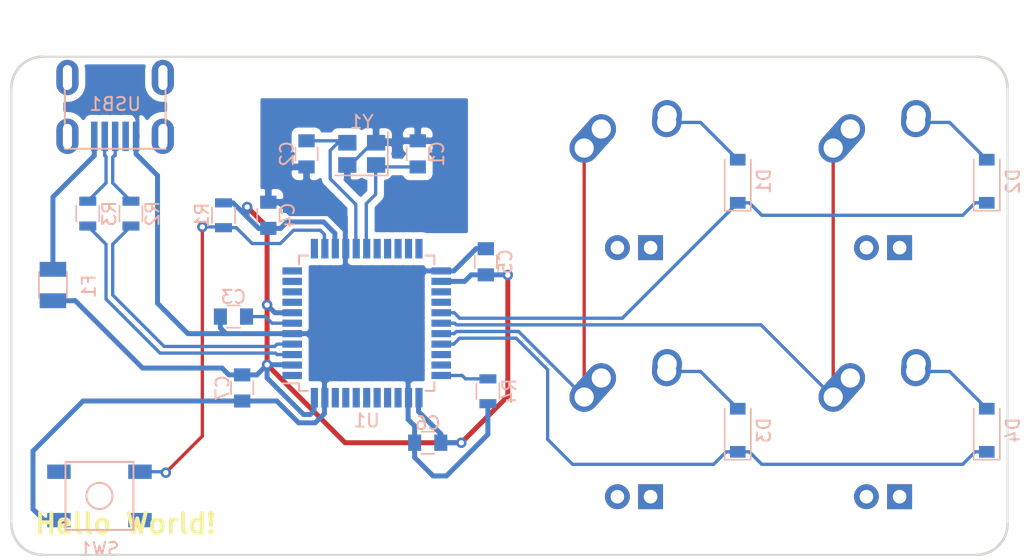
<source format=kicad_pcb>
(kicad_pcb (version 20171130) (host pcbnew "(5.1.2)-1")

  (general
    (thickness 1.6)
    (drawings 9)
    (tracks 210)
    (zones 0)
    (modules 24)
    (nets 44)
  )

  (page A4)
  (layers
    (0 F.Cu signal)
    (31 B.Cu signal)
    (32 B.Adhes user)
    (33 F.Adhes user)
    (34 B.Paste user)
    (35 F.Paste user)
    (36 B.SilkS user)
    (37 F.SilkS user)
    (38 B.Mask user)
    (39 F.Mask user)
    (40 Dwgs.User user)
    (41 Cmts.User user)
    (42 Eco1.User user)
    (43 Eco2.User user)
    (44 Edge.Cuts user)
    (45 Margin user)
    (46 B.CrtYd user)
    (47 F.CrtYd user)
    (48 B.Fab user)
    (49 F.Fab user)
  )

  (setup
    (last_trace_width 0.254)
    (trace_clearance 0.2)
    (zone_clearance 0.508)
    (zone_45_only no)
    (trace_min 0.2)
    (via_size 0.8)
    (via_drill 0.4)
    (via_min_size 0.4)
    (via_min_drill 0.3)
    (uvia_size 0.3)
    (uvia_drill 0.1)
    (uvias_allowed no)
    (uvia_min_size 0.2)
    (uvia_min_drill 0.1)
    (edge_width 0.15)
    (segment_width 0.2)
    (pcb_text_width 0.3)
    (pcb_text_size 1.5 1.5)
    (mod_edge_width 0.15)
    (mod_text_size 1 1)
    (mod_text_width 0.15)
    (pad_size 1.524 1.524)
    (pad_drill 0.762)
    (pad_to_mask_clearance 0.2)
    (aux_axis_origin 0 0)
    (visible_elements 7FFFFFFF)
    (pcbplotparams
      (layerselection 0x010f0_ffffffff)
      (usegerberextensions true)
      (usegerberattributes false)
      (usegerberadvancedattributes false)
      (creategerberjobfile false)
      (excludeedgelayer true)
      (linewidth 0.100000)
      (plotframeref false)
      (viasonmask false)
      (mode 1)
      (useauxorigin false)
      (hpglpennumber 1)
      (hpglpenspeed 20)
      (hpglpendiameter 15.000000)
      (psnegative false)
      (psa4output false)
      (plotreference true)
      (plotvalue true)
      (plotinvisibletext false)
      (padsonsilk false)
      (subtractmaskfromsilk true)
      (outputformat 1)
      (mirror false)
      (drillshape 0)
      (scaleselection 1)
      (outputdirectory "Gerbers"))
  )

  (net 0 "")
  (net 1 "Net-(C1-Pad1)")
  (net 2 GND)
  (net 3 "Net-(C2-Pad1)")
  (net 4 "Net-(C3-Pad1)")
  (net 5 +5V)
  (net 6 ROW0)
  (net 7 "Net-(D1-Pad2)")
  (net 8 "Net-(D2-Pad2)")
  (net 9 ROW1)
  (net 10 "Net-(D3-Pad2)")
  (net 11 "Net-(D4-Pad2)")
  (net 12 VCC)
  (net 13 COL0)
  (net 14 COL1)
  (net 15 "Net-(R1-Pad2)")
  (net 16 "Net-(R2-Pad1)")
  (net 17 D+)
  (net 18 D-)
  (net 19 "Net-(R3-Pad1)")
  (net 20 "Net-(R4-Pad2)")
  (net 21 "Net-(U1-Pad42)")
  (net 22 "Net-(U1-Pad41)")
  (net 23 "Net-(U1-Pad40)")
  (net 24 "Net-(U1-Pad39)")
  (net 25 "Net-(U1-Pad38)")
  (net 26 "Net-(U1-Pad37)")
  (net 27 "Net-(U1-Pad36)")
  (net 28 "Net-(U1-Pad32)")
  (net 29 "Net-(U1-Pad31)")
  (net 30 "Net-(U1-Pad26)")
  (net 31 "Net-(U1-Pad25)")
  (net 32 "Net-(U1-Pad22)")
  (net 33 "Net-(U1-Pad21)")
  (net 34 "Net-(U1-Pad20)")
  (net 35 "Net-(U1-Pad19)")
  (net 36 "Net-(U1-Pad18)")
  (net 37 "Net-(U1-Pad12)")
  (net 38 "Net-(U1-Pad11)")
  (net 39 "Net-(U1-Pad10)")
  (net 40 "Net-(U1-Pad9)")
  (net 41 "Net-(U1-Pad8)")
  (net 42 "Net-(U1-Pad1)")
  (net 43 "Net-(USB1-Pad2)")

  (net_class Default "This is the default net class."
    (clearance 0.2)
    (trace_width 0.254)
    (via_dia 0.8)
    (via_drill 0.4)
    (uvia_dia 0.3)
    (uvia_drill 0.1)
    (add_net COL0)
    (add_net COL1)
    (add_net D+)
    (add_net D-)
    (add_net "Net-(C1-Pad1)")
    (add_net "Net-(C2-Pad1)")
    (add_net "Net-(C3-Pad1)")
    (add_net "Net-(D1-Pad2)")
    (add_net "Net-(D2-Pad2)")
    (add_net "Net-(D3-Pad2)")
    (add_net "Net-(D4-Pad2)")
    (add_net "Net-(R1-Pad2)")
    (add_net "Net-(R2-Pad1)")
    (add_net "Net-(R3-Pad1)")
    (add_net "Net-(R4-Pad2)")
    (add_net "Net-(U1-Pad1)")
    (add_net "Net-(U1-Pad10)")
    (add_net "Net-(U1-Pad11)")
    (add_net "Net-(U1-Pad12)")
    (add_net "Net-(U1-Pad18)")
    (add_net "Net-(U1-Pad19)")
    (add_net "Net-(U1-Pad20)")
    (add_net "Net-(U1-Pad21)")
    (add_net "Net-(U1-Pad22)")
    (add_net "Net-(U1-Pad25)")
    (add_net "Net-(U1-Pad26)")
    (add_net "Net-(U1-Pad31)")
    (add_net "Net-(U1-Pad32)")
    (add_net "Net-(U1-Pad36)")
    (add_net "Net-(U1-Pad37)")
    (add_net "Net-(U1-Pad38)")
    (add_net "Net-(U1-Pad39)")
    (add_net "Net-(U1-Pad40)")
    (add_net "Net-(U1-Pad41)")
    (add_net "Net-(U1-Pad42)")
    (add_net "Net-(U1-Pad8)")
    (add_net "Net-(U1-Pad9)")
    (add_net "Net-(USB1-Pad2)")
    (add_net ROW0)
    (add_net ROW1)
  )

  (net_class Power ""
    (clearance 0.2)
    (trace_width 0.381)
    (via_dia 0.8)
    (via_drill 0.4)
    (uvia_dia 0.3)
    (uvia_drill 0.1)
    (add_net +5V)
    (add_net GND)
    (add_net VCC)
  )

  (module Crystals:Crystal_SMD_3225-4pin_3.2x2.5mm (layer B.Cu) (tedit 58CD2E9C) (tstamp 5CF3B611)
    (at 58.547 69.342 180)
    (descr "SMD Crystal SERIES SMD3225/4 http://www.txccrystal.com/images/pdf/7m-accuracy.pdf, 3.2x2.5mm^2 package")
    (tags "SMD SMT crystal")
    (path /5CEBCEA8)
    (attr smd)
    (fp_text reference Y1 (at 0 2.45 180) (layer B.SilkS)
      (effects (font (size 1 1) (thickness 0.15)) (justify mirror))
    )
    (fp_text value Crystal_GND24_Small (at 0 -2.45 180) (layer B.Fab)
      (effects (font (size 1 1) (thickness 0.15)) (justify mirror))
    )
    (fp_text user %R (at 0 0 180) (layer B.Fab)
      (effects (font (size 0.7 0.7) (thickness 0.105)) (justify mirror))
    )
    (fp_line (start -1.6 1.25) (end -1.6 -1.25) (layer B.Fab) (width 0.1))
    (fp_line (start -1.6 -1.25) (end 1.6 -1.25) (layer B.Fab) (width 0.1))
    (fp_line (start 1.6 -1.25) (end 1.6 1.25) (layer B.Fab) (width 0.1))
    (fp_line (start 1.6 1.25) (end -1.6 1.25) (layer B.Fab) (width 0.1))
    (fp_line (start -1.6 -0.25) (end -0.6 -1.25) (layer B.Fab) (width 0.1))
    (fp_line (start -2 1.65) (end -2 -1.65) (layer B.SilkS) (width 0.12))
    (fp_line (start -2 -1.65) (end 2 -1.65) (layer B.SilkS) (width 0.12))
    (fp_line (start -2.1 1.7) (end -2.1 -1.7) (layer B.CrtYd) (width 0.05))
    (fp_line (start -2.1 -1.7) (end 2.1 -1.7) (layer B.CrtYd) (width 0.05))
    (fp_line (start 2.1 -1.7) (end 2.1 1.7) (layer B.CrtYd) (width 0.05))
    (fp_line (start 2.1 1.7) (end -2.1 1.7) (layer B.CrtYd) (width 0.05))
    (pad 1 smd rect (at -1.1 -0.85 180) (size 1.4 1.2) (layers B.Cu B.Paste B.Mask)
      (net 1 "Net-(C1-Pad1)"))
    (pad 2 smd rect (at 1.1 -0.85 180) (size 1.4 1.2) (layers B.Cu B.Paste B.Mask)
      (net 2 GND))
    (pad 3 smd rect (at 1.1 0.85 180) (size 1.4 1.2) (layers B.Cu B.Paste B.Mask)
      (net 3 "Net-(C2-Pad1)"))
    (pad 4 smd rect (at -1.1 0.85 180) (size 1.4 1.2) (layers B.Cu B.Paste B.Mask)
      (net 2 GND))
    (model ${KISYS3DMOD}/Crystals.3dshapes/Crystal_SMD_3225-4pin_3.2x2.5mm.wrl
      (at (xyz 0 0 0))
      (scale (xyz 1 1 1))
      (rotate (xyz 0 0 0))
    )
  )

  (module Housings_QFP:TQFP-44_10x10mm_Pitch0.8mm (layer B.Cu) (tedit 58CC9A48) (tstamp 5CF3B324)
    (at 58.928 82.296)
    (descr "44-Lead Plastic Thin Quad Flatpack (PT) - 10x10x1.0 mm Body [TQFP] (see Microchip Packaging Specification 00000049BS.pdf)")
    (tags "QFP 0.8")
    (path /5CEB8A23)
    (attr smd)
    (fp_text reference U1 (at 0 7.45) (layer B.SilkS)
      (effects (font (size 1 1) (thickness 0.15)) (justify mirror))
    )
    (fp_text value ATmega32U4-AU (at 0 -7.45) (layer B.Fab)
      (effects (font (size 1 1) (thickness 0.15)) (justify mirror))
    )
    (fp_text user %R (at 0 0) (layer B.Fab)
      (effects (font (size 1 1) (thickness 0.15)) (justify mirror))
    )
    (fp_line (start -4 5) (end 5 5) (layer B.Fab) (width 0.15))
    (fp_line (start 5 5) (end 5 -5) (layer B.Fab) (width 0.15))
    (fp_line (start 5 -5) (end -5 -5) (layer B.Fab) (width 0.15))
    (fp_line (start -5 -5) (end -5 4) (layer B.Fab) (width 0.15))
    (fp_line (start -5 4) (end -4 5) (layer B.Fab) (width 0.15))
    (fp_line (start -6.7 6.7) (end -6.7 -6.7) (layer B.CrtYd) (width 0.05))
    (fp_line (start 6.7 6.7) (end 6.7 -6.7) (layer B.CrtYd) (width 0.05))
    (fp_line (start -6.7 6.7) (end 6.7 6.7) (layer B.CrtYd) (width 0.05))
    (fp_line (start -6.7 -6.7) (end 6.7 -6.7) (layer B.CrtYd) (width 0.05))
    (fp_line (start -5.175 5.175) (end -5.175 4.6) (layer B.SilkS) (width 0.15))
    (fp_line (start 5.175 5.175) (end 5.175 4.5) (layer B.SilkS) (width 0.15))
    (fp_line (start 5.175 -5.175) (end 5.175 -4.5) (layer B.SilkS) (width 0.15))
    (fp_line (start -5.175 -5.175) (end -5.175 -4.5) (layer B.SilkS) (width 0.15))
    (fp_line (start -5.175 5.175) (end -4.5 5.175) (layer B.SilkS) (width 0.15))
    (fp_line (start -5.175 -5.175) (end -4.5 -5.175) (layer B.SilkS) (width 0.15))
    (fp_line (start 5.175 -5.175) (end 4.5 -5.175) (layer B.SilkS) (width 0.15))
    (fp_line (start 5.175 5.175) (end 4.5 5.175) (layer B.SilkS) (width 0.15))
    (fp_line (start -5.175 4.6) (end -6.45 4.6) (layer B.SilkS) (width 0.15))
    (pad 1 smd rect (at -5.7 4) (size 1.5 0.55) (layers B.Cu B.Paste B.Mask)
      (net 42 "Net-(U1-Pad1)"))
    (pad 2 smd rect (at -5.7 3.2) (size 1.5 0.55) (layers B.Cu B.Paste B.Mask)
      (net 5 +5V))
    (pad 3 smd rect (at -5.7 2.4) (size 1.5 0.55) (layers B.Cu B.Paste B.Mask)
      (net 19 "Net-(R3-Pad1)"))
    (pad 4 smd rect (at -5.7 1.6) (size 1.5 0.55) (layers B.Cu B.Paste B.Mask)
      (net 16 "Net-(R2-Pad1)"))
    (pad 5 smd rect (at -5.7 0.8) (size 1.5 0.55) (layers B.Cu B.Paste B.Mask)
      (net 2 GND))
    (pad 6 smd rect (at -5.7 0) (size 1.5 0.55) (layers B.Cu B.Paste B.Mask)
      (net 4 "Net-(C3-Pad1)"))
    (pad 7 smd rect (at -5.7 -0.8) (size 1.5 0.55) (layers B.Cu B.Paste B.Mask)
      (net 5 +5V))
    (pad 8 smd rect (at -5.7 -1.6) (size 1.5 0.55) (layers B.Cu B.Paste B.Mask)
      (net 41 "Net-(U1-Pad8)"))
    (pad 9 smd rect (at -5.7 -2.4) (size 1.5 0.55) (layers B.Cu B.Paste B.Mask)
      (net 40 "Net-(U1-Pad9)"))
    (pad 10 smd rect (at -5.7 -3.2) (size 1.5 0.55) (layers B.Cu B.Paste B.Mask)
      (net 39 "Net-(U1-Pad10)"))
    (pad 11 smd rect (at -5.7 -4) (size 1.5 0.55) (layers B.Cu B.Paste B.Mask)
      (net 38 "Net-(U1-Pad11)"))
    (pad 12 smd rect (at -4 -5.7 270) (size 1.5 0.55) (layers B.Cu B.Paste B.Mask)
      (net 37 "Net-(U1-Pad12)"))
    (pad 13 smd rect (at -3.2 -5.7 270) (size 1.5 0.55) (layers B.Cu B.Paste B.Mask)
      (net 15 "Net-(R1-Pad2)"))
    (pad 14 smd rect (at -2.4 -5.7 270) (size 1.5 0.55) (layers B.Cu B.Paste B.Mask)
      (net 5 +5V))
    (pad 15 smd rect (at -1.6 -5.7 270) (size 1.5 0.55) (layers B.Cu B.Paste B.Mask)
      (net 2 GND))
    (pad 16 smd rect (at -0.8 -5.7 270) (size 1.5 0.55) (layers B.Cu B.Paste B.Mask)
      (net 3 "Net-(C2-Pad1)"))
    (pad 17 smd rect (at 0 -5.7 270) (size 1.5 0.55) (layers B.Cu B.Paste B.Mask)
      (net 1 "Net-(C1-Pad1)"))
    (pad 18 smd rect (at 0.8 -5.7 270) (size 1.5 0.55) (layers B.Cu B.Paste B.Mask)
      (net 36 "Net-(U1-Pad18)"))
    (pad 19 smd rect (at 1.6 -5.7 270) (size 1.5 0.55) (layers B.Cu B.Paste B.Mask)
      (net 35 "Net-(U1-Pad19)"))
    (pad 20 smd rect (at 2.4 -5.7 270) (size 1.5 0.55) (layers B.Cu B.Paste B.Mask)
      (net 34 "Net-(U1-Pad20)"))
    (pad 21 smd rect (at 3.2 -5.7 270) (size 1.5 0.55) (layers B.Cu B.Paste B.Mask)
      (net 33 "Net-(U1-Pad21)"))
    (pad 22 smd rect (at 4 -5.7 270) (size 1.5 0.55) (layers B.Cu B.Paste B.Mask)
      (net 32 "Net-(U1-Pad22)"))
    (pad 23 smd rect (at 5.7 -4) (size 1.5 0.55) (layers B.Cu B.Paste B.Mask)
      (net 2 GND))
    (pad 24 smd rect (at 5.7 -3.2) (size 1.5 0.55) (layers B.Cu B.Paste B.Mask)
      (net 5 +5V))
    (pad 25 smd rect (at 5.7 -2.4) (size 1.5 0.55) (layers B.Cu B.Paste B.Mask)
      (net 31 "Net-(U1-Pad25)"))
    (pad 26 smd rect (at 5.7 -1.6) (size 1.5 0.55) (layers B.Cu B.Paste B.Mask)
      (net 30 "Net-(U1-Pad26)"))
    (pad 27 smd rect (at 5.7 -0.8) (size 1.5 0.55) (layers B.Cu B.Paste B.Mask)
      (net 6 ROW0))
    (pad 28 smd rect (at 5.7 0) (size 1.5 0.55) (layers B.Cu B.Paste B.Mask)
      (net 14 COL1))
    (pad 29 smd rect (at 5.7 0.8) (size 1.5 0.55) (layers B.Cu B.Paste B.Mask)
      (net 13 COL0))
    (pad 30 smd rect (at 5.7 1.6) (size 1.5 0.55) (layers B.Cu B.Paste B.Mask)
      (net 9 ROW1))
    (pad 31 smd rect (at 5.7 2.4) (size 1.5 0.55) (layers B.Cu B.Paste B.Mask)
      (net 29 "Net-(U1-Pad31)"))
    (pad 32 smd rect (at 5.7 3.2) (size 1.5 0.55) (layers B.Cu B.Paste B.Mask)
      (net 28 "Net-(U1-Pad32)"))
    (pad 33 smd rect (at 5.7 4) (size 1.5 0.55) (layers B.Cu B.Paste B.Mask)
      (net 20 "Net-(R4-Pad2)"))
    (pad 34 smd rect (at 4 5.7 270) (size 1.5 0.55) (layers B.Cu B.Paste B.Mask)
      (net 5 +5V))
    (pad 35 smd rect (at 3.2 5.7 270) (size 1.5 0.55) (layers B.Cu B.Paste B.Mask)
      (net 2 GND))
    (pad 36 smd rect (at 2.4 5.7 270) (size 1.5 0.55) (layers B.Cu B.Paste B.Mask)
      (net 27 "Net-(U1-Pad36)"))
    (pad 37 smd rect (at 1.6 5.7 270) (size 1.5 0.55) (layers B.Cu B.Paste B.Mask)
      (net 26 "Net-(U1-Pad37)"))
    (pad 38 smd rect (at 0.8 5.7 270) (size 1.5 0.55) (layers B.Cu B.Paste B.Mask)
      (net 25 "Net-(U1-Pad38)"))
    (pad 39 smd rect (at 0 5.7 270) (size 1.5 0.55) (layers B.Cu B.Paste B.Mask)
      (net 24 "Net-(U1-Pad39)"))
    (pad 40 smd rect (at -0.8 5.7 270) (size 1.5 0.55) (layers B.Cu B.Paste B.Mask)
      (net 23 "Net-(U1-Pad40)"))
    (pad 41 smd rect (at -1.6 5.7 270) (size 1.5 0.55) (layers B.Cu B.Paste B.Mask)
      (net 22 "Net-(U1-Pad41)"))
    (pad 42 smd rect (at -2.4 5.7 270) (size 1.5 0.55) (layers B.Cu B.Paste B.Mask)
      (net 21 "Net-(U1-Pad42)"))
    (pad 43 smd rect (at -3.2 5.7 270) (size 1.5 0.55) (layers B.Cu B.Paste B.Mask)
      (net 2 GND))
    (pad 44 smd rect (at -4 5.7 270) (size 1.5 0.55) (layers B.Cu B.Paste B.Mask)
      (net 5 +5V))
    (model ${KISYS3DMOD}/Housings_QFP.3dshapes/TQFP-44_10x10mm_Pitch0.8mm.wrl
      (at (xyz 0 0 0))
      (scale (xyz 1 1 1))
      (rotate (xyz 0 0 0))
    )
  )

  (module MX_Alps_Hybrid:MX-1U (layer F.Cu) (tedit 5A9F3A9A) (tstamp 5CF3B267)
    (at 98.425 90.4875)
    (path /5D09B9B4)
    (fp_text reference MX4 (at 0 3.175) (layer Dwgs.User)
      (effects (font (size 1 1) (thickness 0.15)))
    )
    (fp_text value MX-NoLED (at 0 -7.9375) (layer Dwgs.User)
      (effects (font (size 1 1) (thickness 0.15)))
    )
    (fp_line (start -9.525 9.525) (end -9.525 -9.525) (layer Dwgs.User) (width 0.15))
    (fp_line (start 9.525 9.525) (end -9.525 9.525) (layer Dwgs.User) (width 0.15))
    (fp_line (start 9.525 -9.525) (end 9.525 9.525) (layer Dwgs.User) (width 0.15))
    (fp_line (start -9.525 -9.525) (end 9.525 -9.525) (layer Dwgs.User) (width 0.15))
    (fp_line (start -7 -7) (end -7 -5) (layer Dwgs.User) (width 0.15))
    (fp_line (start -5 -7) (end -7 -7) (layer Dwgs.User) (width 0.15))
    (fp_line (start -7 7) (end -5 7) (layer Dwgs.User) (width 0.15))
    (fp_line (start -7 5) (end -7 7) (layer Dwgs.User) (width 0.15))
    (fp_line (start 7 7) (end 7 5) (layer Dwgs.User) (width 0.15))
    (fp_line (start 5 7) (end 7 7) (layer Dwgs.User) (width 0.15))
    (fp_line (start 7 -7) (end 7 -5) (layer Dwgs.User) (width 0.15))
    (fp_line (start 5 -7) (end 7 -7) (layer Dwgs.User) (width 0.15))
    (pad "" np_thru_hole circle (at 5.08 0 48.0996) (size 1.75 1.75) (drill 1.75) (layers *.Cu *.Mask))
    (pad "" np_thru_hole circle (at -5.08 0 48.0996) (size 1.75 1.75) (drill 1.75) (layers *.Cu *.Mask))
    (pad 4 thru_hole rect (at 1.27 5.08) (size 1.905 1.905) (drill 1.04) (layers *.Cu B.Mask))
    (pad 3 thru_hole circle (at -1.27 5.08) (size 1.905 1.905) (drill 1.04) (layers *.Cu B.Mask))
    (pad 1 thru_hole circle (at -2.5 -4) (size 2.25 2.25) (drill 1.47) (layers *.Cu B.Mask)
      (net 14 COL1))
    (pad "" np_thru_hole circle (at 0 0) (size 3.9878 3.9878) (drill 3.9878) (layers *.Cu *.Mask))
    (pad 1 thru_hole oval (at -3.81 -2.54 48.0996) (size 4.211556 2.25) (drill 1.47 (offset 0.980778 0)) (layers *.Cu B.Mask)
      (net 14 COL1))
    (pad 2 thru_hole circle (at 2.54 -5.08) (size 2.25 2.25) (drill 1.47) (layers *.Cu B.Mask)
      (net 11 "Net-(D4-Pad2)"))
    (pad 2 thru_hole oval (at 2.5 -4.5 86.0548) (size 2.831378 2.25) (drill 1.47 (offset 0.290689 0)) (layers *.Cu B.Mask)
      (net 11 "Net-(D4-Pad2)"))
  )

  (module MX_Alps_Hybrid:MX-1U (layer F.Cu) (tedit 5A9F3A9A) (tstamp 5CF3B24E)
    (at 79.375 90.4875)
    (path /5D09AA2F)
    (fp_text reference MX3 (at 0 3.175) (layer Dwgs.User)
      (effects (font (size 1 1) (thickness 0.15)))
    )
    (fp_text value MX-NoLED (at 0 -7.9375) (layer Dwgs.User)
      (effects (font (size 1 1) (thickness 0.15)))
    )
    (fp_line (start -9.525 9.525) (end -9.525 -9.525) (layer Dwgs.User) (width 0.15))
    (fp_line (start 9.525 9.525) (end -9.525 9.525) (layer Dwgs.User) (width 0.15))
    (fp_line (start 9.525 -9.525) (end 9.525 9.525) (layer Dwgs.User) (width 0.15))
    (fp_line (start -9.525 -9.525) (end 9.525 -9.525) (layer Dwgs.User) (width 0.15))
    (fp_line (start -7 -7) (end -7 -5) (layer Dwgs.User) (width 0.15))
    (fp_line (start -5 -7) (end -7 -7) (layer Dwgs.User) (width 0.15))
    (fp_line (start -7 7) (end -5 7) (layer Dwgs.User) (width 0.15))
    (fp_line (start -7 5) (end -7 7) (layer Dwgs.User) (width 0.15))
    (fp_line (start 7 7) (end 7 5) (layer Dwgs.User) (width 0.15))
    (fp_line (start 5 7) (end 7 7) (layer Dwgs.User) (width 0.15))
    (fp_line (start 7 -7) (end 7 -5) (layer Dwgs.User) (width 0.15))
    (fp_line (start 5 -7) (end 7 -7) (layer Dwgs.User) (width 0.15))
    (pad "" np_thru_hole circle (at 5.08 0 48.0996) (size 1.75 1.75) (drill 1.75) (layers *.Cu *.Mask))
    (pad "" np_thru_hole circle (at -5.08 0 48.0996) (size 1.75 1.75) (drill 1.75) (layers *.Cu *.Mask))
    (pad 4 thru_hole rect (at 1.27 5.08) (size 1.905 1.905) (drill 1.04) (layers *.Cu B.Mask))
    (pad 3 thru_hole circle (at -1.27 5.08) (size 1.905 1.905) (drill 1.04) (layers *.Cu B.Mask))
    (pad 1 thru_hole circle (at -2.5 -4) (size 2.25 2.25) (drill 1.47) (layers *.Cu B.Mask)
      (net 13 COL0))
    (pad "" np_thru_hole circle (at 0 0) (size 3.9878 3.9878) (drill 3.9878) (layers *.Cu *.Mask))
    (pad 1 thru_hole oval (at -3.81 -2.54 48.0996) (size 4.211556 2.25) (drill 1.47 (offset 0.980778 0)) (layers *.Cu B.Mask)
      (net 13 COL0))
    (pad 2 thru_hole circle (at 2.54 -5.08) (size 2.25 2.25) (drill 1.47) (layers *.Cu B.Mask)
      (net 10 "Net-(D3-Pad2)"))
    (pad 2 thru_hole oval (at 2.5 -4.5 86.0548) (size 2.831378 2.25) (drill 1.47 (offset 0.290689 0)) (layers *.Cu B.Mask)
      (net 10 "Net-(D3-Pad2)"))
  )

  (module MX_Alps_Hybrid:MX-1U (layer F.Cu) (tedit 5A9F3A9A) (tstamp 5CF3B235)
    (at 98.425 71.4375)
    (path /5D09A176)
    (fp_text reference MX2 (at 0 3.175) (layer Dwgs.User)
      (effects (font (size 1 1) (thickness 0.15)))
    )
    (fp_text value MX-NoLED (at 0 -7.9375) (layer Dwgs.User)
      (effects (font (size 1 1) (thickness 0.15)))
    )
    (fp_line (start -9.525 9.525) (end -9.525 -9.525) (layer Dwgs.User) (width 0.15))
    (fp_line (start 9.525 9.525) (end -9.525 9.525) (layer Dwgs.User) (width 0.15))
    (fp_line (start 9.525 -9.525) (end 9.525 9.525) (layer Dwgs.User) (width 0.15))
    (fp_line (start -9.525 -9.525) (end 9.525 -9.525) (layer Dwgs.User) (width 0.15))
    (fp_line (start -7 -7) (end -7 -5) (layer Dwgs.User) (width 0.15))
    (fp_line (start -5 -7) (end -7 -7) (layer Dwgs.User) (width 0.15))
    (fp_line (start -7 7) (end -5 7) (layer Dwgs.User) (width 0.15))
    (fp_line (start -7 5) (end -7 7) (layer Dwgs.User) (width 0.15))
    (fp_line (start 7 7) (end 7 5) (layer Dwgs.User) (width 0.15))
    (fp_line (start 5 7) (end 7 7) (layer Dwgs.User) (width 0.15))
    (fp_line (start 7 -7) (end 7 -5) (layer Dwgs.User) (width 0.15))
    (fp_line (start 5 -7) (end 7 -7) (layer Dwgs.User) (width 0.15))
    (pad "" np_thru_hole circle (at 5.08 0 48.0996) (size 1.75 1.75) (drill 1.75) (layers *.Cu *.Mask))
    (pad "" np_thru_hole circle (at -5.08 0 48.0996) (size 1.75 1.75) (drill 1.75) (layers *.Cu *.Mask))
    (pad 4 thru_hole rect (at 1.27 5.08) (size 1.905 1.905) (drill 1.04) (layers *.Cu B.Mask))
    (pad 3 thru_hole circle (at -1.27 5.08) (size 1.905 1.905) (drill 1.04) (layers *.Cu B.Mask))
    (pad 1 thru_hole circle (at -2.5 -4) (size 2.25 2.25) (drill 1.47) (layers *.Cu B.Mask)
      (net 14 COL1))
    (pad "" np_thru_hole circle (at 0 0) (size 3.9878 3.9878) (drill 3.9878) (layers *.Cu *.Mask))
    (pad 1 thru_hole oval (at -3.81 -2.54 48.0996) (size 4.211556 2.25) (drill 1.47 (offset 0.980778 0)) (layers *.Cu B.Mask)
      (net 14 COL1))
    (pad 2 thru_hole circle (at 2.54 -5.08) (size 2.25 2.25) (drill 1.47) (layers *.Cu B.Mask)
      (net 8 "Net-(D2-Pad2)"))
    (pad 2 thru_hole oval (at 2.5 -4.5 86.0548) (size 2.831378 2.25) (drill 1.47 (offset 0.290689 0)) (layers *.Cu B.Mask)
      (net 8 "Net-(D2-Pad2)"))
  )

  (module MX_Alps_Hybrid:MX-1U (layer F.Cu) (tedit 5A9F3A9A) (tstamp 5CF3B21C)
    (at 79.375 71.4375)
    (path /5D099790)
    (fp_text reference MX1 (at 0 3.175) (layer Dwgs.User)
      (effects (font (size 1 1) (thickness 0.15)))
    )
    (fp_text value MX-NoLED (at 0 -7.9375) (layer Dwgs.User)
      (effects (font (size 1 1) (thickness 0.15)))
    )
    (fp_line (start -9.525 9.525) (end -9.525 -9.525) (layer Dwgs.User) (width 0.15))
    (fp_line (start 9.525 9.525) (end -9.525 9.525) (layer Dwgs.User) (width 0.15))
    (fp_line (start 9.525 -9.525) (end 9.525 9.525) (layer Dwgs.User) (width 0.15))
    (fp_line (start -9.525 -9.525) (end 9.525 -9.525) (layer Dwgs.User) (width 0.15))
    (fp_line (start -7 -7) (end -7 -5) (layer Dwgs.User) (width 0.15))
    (fp_line (start -5 -7) (end -7 -7) (layer Dwgs.User) (width 0.15))
    (fp_line (start -7 7) (end -5 7) (layer Dwgs.User) (width 0.15))
    (fp_line (start -7 5) (end -7 7) (layer Dwgs.User) (width 0.15))
    (fp_line (start 7 7) (end 7 5) (layer Dwgs.User) (width 0.15))
    (fp_line (start 5 7) (end 7 7) (layer Dwgs.User) (width 0.15))
    (fp_line (start 7 -7) (end 7 -5) (layer Dwgs.User) (width 0.15))
    (fp_line (start 5 -7) (end 7 -7) (layer Dwgs.User) (width 0.15))
    (pad "" np_thru_hole circle (at 5.08 0 48.0996) (size 1.75 1.75) (drill 1.75) (layers *.Cu *.Mask))
    (pad "" np_thru_hole circle (at -5.08 0 48.0996) (size 1.75 1.75) (drill 1.75) (layers *.Cu *.Mask))
    (pad 4 thru_hole rect (at 1.27 5.08) (size 1.905 1.905) (drill 1.04) (layers *.Cu B.Mask))
    (pad 3 thru_hole circle (at -1.27 5.08) (size 1.905 1.905) (drill 1.04) (layers *.Cu B.Mask))
    (pad 1 thru_hole circle (at -2.5 -4) (size 2.25 2.25) (drill 1.47) (layers *.Cu B.Mask)
      (net 13 COL0))
    (pad "" np_thru_hole circle (at 0 0) (size 3.9878 3.9878) (drill 3.9878) (layers *.Cu *.Mask))
    (pad 1 thru_hole oval (at -3.81 -2.54 48.0996) (size 4.211556 2.25) (drill 1.47 (offset 0.980778 0)) (layers *.Cu B.Mask)
      (net 13 COL0))
    (pad 2 thru_hole circle (at 2.54 -5.08) (size 2.25 2.25) (drill 1.47) (layers *.Cu B.Mask)
      (net 7 "Net-(D1-Pad2)"))
    (pad 2 thru_hole oval (at 2.5 -4.5 86.0548) (size 2.831378 2.25) (drill 1.47 (offset 0.290689 0)) (layers *.Cu B.Mask)
      (net 7 "Net-(D1-Pad2)"))
  )

  (module Capacitors_SMD:C_0805 (layer B.Cu) (tedit 58AA8463) (tstamp 5C346F4D)
    (at 62.83325 69.342 90)
    (descr "Capacitor SMD 0805, reflow soldering, AVX (see smccp.pdf)")
    (tags "capacitor 0805")
    (path /5C341D22)
    (attr smd)
    (fp_text reference C1 (at 0 1.5 90) (layer B.SilkS)
      (effects (font (size 1 1) (thickness 0.15)) (justify mirror))
    )
    (fp_text value 22pF (at 0 -1.75 90) (layer B.Fab)
      (effects (font (size 1 1) (thickness 0.15)) (justify mirror))
    )
    (fp_text user %R (at 0 1.5 90) (layer B.Fab)
      (effects (font (size 1 1) (thickness 0.15)) (justify mirror))
    )
    (fp_line (start -1 -0.62) (end -1 0.62) (layer B.Fab) (width 0.1))
    (fp_line (start 1 -0.62) (end -1 -0.62) (layer B.Fab) (width 0.1))
    (fp_line (start 1 0.62) (end 1 -0.62) (layer B.Fab) (width 0.1))
    (fp_line (start -1 0.62) (end 1 0.62) (layer B.Fab) (width 0.1))
    (fp_line (start 0.5 0.85) (end -0.5 0.85) (layer B.SilkS) (width 0.12))
    (fp_line (start -0.5 -0.85) (end 0.5 -0.85) (layer B.SilkS) (width 0.12))
    (fp_line (start -1.75 0.88) (end 1.75 0.88) (layer B.CrtYd) (width 0.05))
    (fp_line (start -1.75 0.88) (end -1.75 -0.87) (layer B.CrtYd) (width 0.05))
    (fp_line (start 1.75 -0.87) (end 1.75 0.88) (layer B.CrtYd) (width 0.05))
    (fp_line (start 1.75 -0.87) (end -1.75 -0.87) (layer B.CrtYd) (width 0.05))
    (pad 1 smd rect (at -1 0 90) (size 1 1.25) (layers B.Cu B.Paste B.Mask)
      (net 1 "Net-(C1-Pad1)"))
    (pad 2 smd rect (at 1 0 90) (size 1 1.25) (layers B.Cu B.Paste B.Mask)
      (net 2 GND))
    (model Capacitors_SMD.3dshapes/C_0805.wrl
      (at (xyz 0 0 0))
      (scale (xyz 1 1 1))
      (rotate (xyz 0 0 0))
    )
  )

  (module Capacitors_SMD:C_0805 (layer B.Cu) (tedit 58AA8463) (tstamp 5C346FAD)
    (at 54.32425 69.342 270)
    (descr "Capacitor SMD 0805, reflow soldering, AVX (see smccp.pdf)")
    (tags "capacitor 0805")
    (path /5C341D98)
    (attr smd)
    (fp_text reference C2 (at 0 1.5 270) (layer B.SilkS)
      (effects (font (size 1 1) (thickness 0.15)) (justify mirror))
    )
    (fp_text value 22pF (at 0 -1.75 270) (layer B.Fab)
      (effects (font (size 1 1) (thickness 0.15)) (justify mirror))
    )
    (fp_line (start 1.75 -0.87) (end -1.75 -0.87) (layer B.CrtYd) (width 0.05))
    (fp_line (start 1.75 -0.87) (end 1.75 0.88) (layer B.CrtYd) (width 0.05))
    (fp_line (start -1.75 0.88) (end -1.75 -0.87) (layer B.CrtYd) (width 0.05))
    (fp_line (start -1.75 0.88) (end 1.75 0.88) (layer B.CrtYd) (width 0.05))
    (fp_line (start -0.5 -0.85) (end 0.5 -0.85) (layer B.SilkS) (width 0.12))
    (fp_line (start 0.5 0.85) (end -0.5 0.85) (layer B.SilkS) (width 0.12))
    (fp_line (start -1 0.62) (end 1 0.62) (layer B.Fab) (width 0.1))
    (fp_line (start 1 0.62) (end 1 -0.62) (layer B.Fab) (width 0.1))
    (fp_line (start 1 -0.62) (end -1 -0.62) (layer B.Fab) (width 0.1))
    (fp_line (start -1 -0.62) (end -1 0.62) (layer B.Fab) (width 0.1))
    (fp_text user %R (at 0 1.5 270) (layer B.Fab)
      (effects (font (size 1 1) (thickness 0.15)) (justify mirror))
    )
    (pad 2 smd rect (at 1 0 270) (size 1 1.25) (layers B.Cu B.Paste B.Mask)
      (net 2 GND))
    (pad 1 smd rect (at -1 0 270) (size 1 1.25) (layers B.Cu B.Paste B.Mask)
      (net 3 "Net-(C2-Pad1)"))
    (model Capacitors_SMD.3dshapes/C_0805.wrl
      (at (xyz 0 0 0))
      (scale (xyz 1 1 1))
      (rotate (xyz 0 0 0))
    )
  )

  (module Capacitors_SMD:C_0805 (layer B.Cu) (tedit 58AA8463) (tstamp 5C346F7D)
    (at 48.73625 81.788 180)
    (descr "Capacitor SMD 0805, reflow soldering, AVX (see smccp.pdf)")
    (tags "capacitor 0805")
    (path /5C33FC0C)
    (attr smd)
    (fp_text reference C3 (at 0 1.5 180) (layer B.SilkS)
      (effects (font (size 1 1) (thickness 0.15)) (justify mirror))
    )
    (fp_text value 1uF (at 0 -1.75 180) (layer B.Fab)
      (effects (font (size 1 1) (thickness 0.15)) (justify mirror))
    )
    (fp_line (start 1.75 -0.87) (end -1.75 -0.87) (layer B.CrtYd) (width 0.05))
    (fp_line (start 1.75 -0.87) (end 1.75 0.88) (layer B.CrtYd) (width 0.05))
    (fp_line (start -1.75 0.88) (end -1.75 -0.87) (layer B.CrtYd) (width 0.05))
    (fp_line (start -1.75 0.88) (end 1.75 0.88) (layer B.CrtYd) (width 0.05))
    (fp_line (start -0.5 -0.85) (end 0.5 -0.85) (layer B.SilkS) (width 0.12))
    (fp_line (start 0.5 0.85) (end -0.5 0.85) (layer B.SilkS) (width 0.12))
    (fp_line (start -1 0.62) (end 1 0.62) (layer B.Fab) (width 0.1))
    (fp_line (start 1 0.62) (end 1 -0.62) (layer B.Fab) (width 0.1))
    (fp_line (start 1 -0.62) (end -1 -0.62) (layer B.Fab) (width 0.1))
    (fp_line (start -1 -0.62) (end -1 0.62) (layer B.Fab) (width 0.1))
    (fp_text user %R (at 0 1.5 180) (layer B.Fab)
      (effects (font (size 1 1) (thickness 0.15)) (justify mirror))
    )
    (pad 2 smd rect (at 1 0 180) (size 1 1.25) (layers B.Cu B.Paste B.Mask)
      (net 2 GND))
    (pad 1 smd rect (at -1 0 180) (size 1 1.25) (layers B.Cu B.Paste B.Mask)
      (net 4 "Net-(C3-Pad1)"))
    (model Capacitors_SMD.3dshapes/C_0805.wrl
      (at (xyz 0 0 0))
      (scale (xyz 1 1 1))
      (rotate (xyz 0 0 0))
    )
  )

  (module Capacitors_SMD:C_0805 (layer B.Cu) (tedit 58AA8463) (tstamp 5C346E84)
    (at 51.40325 74.041 90)
    (descr "Capacitor SMD 0805, reflow soldering, AVX (see smccp.pdf)")
    (tags "capacitor 0805")
    (path /5C3401A2)
    (attr smd)
    (fp_text reference C4 (at 0 1.5 90) (layer B.SilkS)
      (effects (font (size 1 1) (thickness 0.15)) (justify mirror))
    )
    (fp_text value 0.1uF (at 0 -1.75 90) (layer B.Fab)
      (effects (font (size 1 1) (thickness 0.15)) (justify mirror))
    )
    (fp_line (start 1.75 -0.87) (end -1.75 -0.87) (layer B.CrtYd) (width 0.05))
    (fp_line (start 1.75 -0.87) (end 1.75 0.88) (layer B.CrtYd) (width 0.05))
    (fp_line (start -1.75 0.88) (end -1.75 -0.87) (layer B.CrtYd) (width 0.05))
    (fp_line (start -1.75 0.88) (end 1.75 0.88) (layer B.CrtYd) (width 0.05))
    (fp_line (start -0.5 -0.85) (end 0.5 -0.85) (layer B.SilkS) (width 0.12))
    (fp_line (start 0.5 0.85) (end -0.5 0.85) (layer B.SilkS) (width 0.12))
    (fp_line (start -1 0.62) (end 1 0.62) (layer B.Fab) (width 0.1))
    (fp_line (start 1 0.62) (end 1 -0.62) (layer B.Fab) (width 0.1))
    (fp_line (start 1 -0.62) (end -1 -0.62) (layer B.Fab) (width 0.1))
    (fp_line (start -1 -0.62) (end -1 0.62) (layer B.Fab) (width 0.1))
    (fp_text user %R (at 0 1.5 90) (layer B.Fab)
      (effects (font (size 1 1) (thickness 0.15)) (justify mirror))
    )
    (pad 2 smd rect (at 1 0 90) (size 1 1.25) (layers B.Cu B.Paste B.Mask)
      (net 2 GND))
    (pad 1 smd rect (at -1 0 90) (size 1 1.25) (layers B.Cu B.Paste B.Mask)
      (net 5 +5V))
    (model Capacitors_SMD.3dshapes/C_0805.wrl
      (at (xyz 0 0 0))
      (scale (xyz 1 1 1))
      (rotate (xyz 0 0 0))
    )
  )

  (module Capacitors_SMD:C_0805 (layer B.Cu) (tedit 58AA8463) (tstamp 5C346D8E)
    (at 68.04025 77.597 90)
    (descr "Capacitor SMD 0805, reflow soldering, AVX (see smccp.pdf)")
    (tags "capacitor 0805")
    (path /5C340030)
    (attr smd)
    (fp_text reference C5 (at 0 1.5 90) (layer B.SilkS)
      (effects (font (size 1 1) (thickness 0.15)) (justify mirror))
    )
    (fp_text value 0.1uF (at 0 -1.75 90) (layer B.Fab)
      (effects (font (size 1 1) (thickness 0.15)) (justify mirror))
    )
    (fp_text user %R (at 0 1.5 90) (layer B.Fab)
      (effects (font (size 1 1) (thickness 0.15)) (justify mirror))
    )
    (fp_line (start -1 -0.62) (end -1 0.62) (layer B.Fab) (width 0.1))
    (fp_line (start 1 -0.62) (end -1 -0.62) (layer B.Fab) (width 0.1))
    (fp_line (start 1 0.62) (end 1 -0.62) (layer B.Fab) (width 0.1))
    (fp_line (start -1 0.62) (end 1 0.62) (layer B.Fab) (width 0.1))
    (fp_line (start 0.5 0.85) (end -0.5 0.85) (layer B.SilkS) (width 0.12))
    (fp_line (start -0.5 -0.85) (end 0.5 -0.85) (layer B.SilkS) (width 0.12))
    (fp_line (start -1.75 0.88) (end 1.75 0.88) (layer B.CrtYd) (width 0.05))
    (fp_line (start -1.75 0.88) (end -1.75 -0.87) (layer B.CrtYd) (width 0.05))
    (fp_line (start 1.75 -0.87) (end 1.75 0.88) (layer B.CrtYd) (width 0.05))
    (fp_line (start 1.75 -0.87) (end -1.75 -0.87) (layer B.CrtYd) (width 0.05))
    (pad 1 smd rect (at -1 0 90) (size 1 1.25) (layers B.Cu B.Paste B.Mask)
      (net 5 +5V))
    (pad 2 smd rect (at 1 0 90) (size 1 1.25) (layers B.Cu B.Paste B.Mask)
      (net 2 GND))
    (model Capacitors_SMD.3dshapes/C_0805.wrl
      (at (xyz 0 0 0))
      (scale (xyz 1 1 1))
      (rotate (xyz 0 0 0))
    )
  )

  (module Capacitors_SMD:C_0805 (layer B.Cu) (tedit 58AA8463) (tstamp 5C346EED)
    (at 63.59525 91.44 180)
    (descr "Capacitor SMD 0805, reflow soldering, AVX (see smccp.pdf)")
    (tags "capacitor 0805")
    (path /5C340116)
    (attr smd)
    (fp_text reference C6 (at 0 1.5 180) (layer B.SilkS)
      (effects (font (size 1 1) (thickness 0.15)) (justify mirror))
    )
    (fp_text value 0.1uF (at 0 -1.75 180) (layer B.Fab)
      (effects (font (size 1 1) (thickness 0.15)) (justify mirror))
    )
    (fp_line (start 1.75 -0.87) (end -1.75 -0.87) (layer B.CrtYd) (width 0.05))
    (fp_line (start 1.75 -0.87) (end 1.75 0.88) (layer B.CrtYd) (width 0.05))
    (fp_line (start -1.75 0.88) (end -1.75 -0.87) (layer B.CrtYd) (width 0.05))
    (fp_line (start -1.75 0.88) (end 1.75 0.88) (layer B.CrtYd) (width 0.05))
    (fp_line (start -0.5 -0.85) (end 0.5 -0.85) (layer B.SilkS) (width 0.12))
    (fp_line (start 0.5 0.85) (end -0.5 0.85) (layer B.SilkS) (width 0.12))
    (fp_line (start -1 0.62) (end 1 0.62) (layer B.Fab) (width 0.1))
    (fp_line (start 1 0.62) (end 1 -0.62) (layer B.Fab) (width 0.1))
    (fp_line (start 1 -0.62) (end -1 -0.62) (layer B.Fab) (width 0.1))
    (fp_line (start -1 -0.62) (end -1 0.62) (layer B.Fab) (width 0.1))
    (fp_text user %R (at 0 1.5 180) (layer B.Fab)
      (effects (font (size 1 1) (thickness 0.15)) (justify mirror))
    )
    (pad 2 smd rect (at 1 0 180) (size 1 1.25) (layers B.Cu B.Paste B.Mask)
      (net 2 GND))
    (pad 1 smd rect (at -1 0 180) (size 1 1.25) (layers B.Cu B.Paste B.Mask)
      (net 5 +5V))
    (model Capacitors_SMD.3dshapes/C_0805.wrl
      (at (xyz 0 0 0))
      (scale (xyz 1 1 1))
      (rotate (xyz 0 0 0))
    )
  )

  (module Capacitors_SMD:C_0805 (layer B.Cu) (tedit 58AA8463) (tstamp 5C346D5E)
    (at 49.403 87.249 270)
    (descr "Capacitor SMD 0805, reflow soldering, AVX (see smccp.pdf)")
    (tags "capacitor 0805")
    (path /5C340158)
    (attr smd)
    (fp_text reference C7 (at 0 1.5 270) (layer B.SilkS)
      (effects (font (size 1 1) (thickness 0.15)) (justify mirror))
    )
    (fp_text value 10uF (at 0 -1.75 270) (layer B.Fab)
      (effects (font (size 1 1) (thickness 0.15)) (justify mirror))
    )
    (fp_text user %R (at 0 1.5 270) (layer B.Fab)
      (effects (font (size 1 1) (thickness 0.15)) (justify mirror))
    )
    (fp_line (start -1 -0.62) (end -1 0.62) (layer B.Fab) (width 0.1))
    (fp_line (start 1 -0.62) (end -1 -0.62) (layer B.Fab) (width 0.1))
    (fp_line (start 1 0.62) (end 1 -0.62) (layer B.Fab) (width 0.1))
    (fp_line (start -1 0.62) (end 1 0.62) (layer B.Fab) (width 0.1))
    (fp_line (start 0.5 0.85) (end -0.5 0.85) (layer B.SilkS) (width 0.12))
    (fp_line (start -0.5 -0.85) (end 0.5 -0.85) (layer B.SilkS) (width 0.12))
    (fp_line (start -1.75 0.88) (end 1.75 0.88) (layer B.CrtYd) (width 0.05))
    (fp_line (start -1.75 0.88) (end -1.75 -0.87) (layer B.CrtYd) (width 0.05))
    (fp_line (start 1.75 -0.87) (end 1.75 0.88) (layer B.CrtYd) (width 0.05))
    (fp_line (start 1.75 -0.87) (end -1.75 -0.87) (layer B.CrtYd) (width 0.05))
    (pad 1 smd rect (at -1 0 270) (size 1 1.25) (layers B.Cu B.Paste B.Mask)
      (net 5 +5V))
    (pad 2 smd rect (at 1 0 270) (size 1 1.25) (layers B.Cu B.Paste B.Mask)
      (net 2 GND))
    (model Capacitors_SMD.3dshapes/C_0805.wrl
      (at (xyz 0 0 0))
      (scale (xyz 1 1 1))
      (rotate (xyz 0 0 0))
    )
  )

  (module Diodes_SMD:D_SOD-123 (layer B.Cu) (tedit 58645DC7) (tstamp 5C3453CA)
    (at 87.3125 71.4375 90)
    (descr SOD-123)
    (tags SOD-123)
    (path /5C34B4DF)
    (attr smd)
    (fp_text reference D1 (at 0 2 90) (layer B.SilkS)
      (effects (font (size 1 1) (thickness 0.15)) (justify mirror))
    )
    (fp_text value SOD-123 (at 0 -2.1 90) (layer B.Fab)
      (effects (font (size 1 1) (thickness 0.15)) (justify mirror))
    )
    (fp_text user %R (at 0 2 90) (layer B.Fab)
      (effects (font (size 1 1) (thickness 0.15)) (justify mirror))
    )
    (fp_line (start -2.25 1) (end -2.25 -1) (layer B.SilkS) (width 0.12))
    (fp_line (start 0.25 0) (end 0.75 0) (layer B.Fab) (width 0.1))
    (fp_line (start 0.25 -0.4) (end -0.35 0) (layer B.Fab) (width 0.1))
    (fp_line (start 0.25 0.4) (end 0.25 -0.4) (layer B.Fab) (width 0.1))
    (fp_line (start -0.35 0) (end 0.25 0.4) (layer B.Fab) (width 0.1))
    (fp_line (start -0.35 0) (end -0.35 -0.55) (layer B.Fab) (width 0.1))
    (fp_line (start -0.35 0) (end -0.35 0.55) (layer B.Fab) (width 0.1))
    (fp_line (start -0.75 0) (end -0.35 0) (layer B.Fab) (width 0.1))
    (fp_line (start -1.4 -0.9) (end -1.4 0.9) (layer B.Fab) (width 0.1))
    (fp_line (start 1.4 -0.9) (end -1.4 -0.9) (layer B.Fab) (width 0.1))
    (fp_line (start 1.4 0.9) (end 1.4 -0.9) (layer B.Fab) (width 0.1))
    (fp_line (start -1.4 0.9) (end 1.4 0.9) (layer B.Fab) (width 0.1))
    (fp_line (start -2.35 1.15) (end 2.35 1.15) (layer B.CrtYd) (width 0.05))
    (fp_line (start 2.35 1.15) (end 2.35 -1.15) (layer B.CrtYd) (width 0.05))
    (fp_line (start 2.35 -1.15) (end -2.35 -1.15) (layer B.CrtYd) (width 0.05))
    (fp_line (start -2.35 1.15) (end -2.35 -1.15) (layer B.CrtYd) (width 0.05))
    (fp_line (start -2.25 -1) (end 1.65 -1) (layer B.SilkS) (width 0.12))
    (fp_line (start -2.25 1) (end 1.65 1) (layer B.SilkS) (width 0.12))
    (pad 1 smd rect (at -1.65 0 90) (size 0.9 1.2) (layers B.Cu B.Paste B.Mask)
      (net 6 ROW0))
    (pad 2 smd rect (at 1.65 0 90) (size 0.9 1.2) (layers B.Cu B.Paste B.Mask)
      (net 7 "Net-(D1-Pad2)"))
    (model ${KISYS3DMOD}/Diodes_SMD.3dshapes/D_SOD-123.wrl
      (at (xyz 0 0 0))
      (scale (xyz 1 1 1))
      (rotate (xyz 0 0 0))
    )
  )

  (module Diodes_SMD:D_SOD-123 (layer B.Cu) (tedit 58645DC7) (tstamp 5C3453E3)
    (at 106.3625 71.4375 90)
    (descr SOD-123)
    (tags SOD-123)
    (path /5C34C4A3)
    (attr smd)
    (fp_text reference D2 (at 0 2 90) (layer B.SilkS)
      (effects (font (size 1 1) (thickness 0.15)) (justify mirror))
    )
    (fp_text value SOD-123 (at 0 -2.1 90) (layer B.Fab)
      (effects (font (size 1 1) (thickness 0.15)) (justify mirror))
    )
    (fp_line (start -2.25 1) (end 1.65 1) (layer B.SilkS) (width 0.12))
    (fp_line (start -2.25 -1) (end 1.65 -1) (layer B.SilkS) (width 0.12))
    (fp_line (start -2.35 1.15) (end -2.35 -1.15) (layer B.CrtYd) (width 0.05))
    (fp_line (start 2.35 -1.15) (end -2.35 -1.15) (layer B.CrtYd) (width 0.05))
    (fp_line (start 2.35 1.15) (end 2.35 -1.15) (layer B.CrtYd) (width 0.05))
    (fp_line (start -2.35 1.15) (end 2.35 1.15) (layer B.CrtYd) (width 0.05))
    (fp_line (start -1.4 0.9) (end 1.4 0.9) (layer B.Fab) (width 0.1))
    (fp_line (start 1.4 0.9) (end 1.4 -0.9) (layer B.Fab) (width 0.1))
    (fp_line (start 1.4 -0.9) (end -1.4 -0.9) (layer B.Fab) (width 0.1))
    (fp_line (start -1.4 -0.9) (end -1.4 0.9) (layer B.Fab) (width 0.1))
    (fp_line (start -0.75 0) (end -0.35 0) (layer B.Fab) (width 0.1))
    (fp_line (start -0.35 0) (end -0.35 0.55) (layer B.Fab) (width 0.1))
    (fp_line (start -0.35 0) (end -0.35 -0.55) (layer B.Fab) (width 0.1))
    (fp_line (start -0.35 0) (end 0.25 0.4) (layer B.Fab) (width 0.1))
    (fp_line (start 0.25 0.4) (end 0.25 -0.4) (layer B.Fab) (width 0.1))
    (fp_line (start 0.25 -0.4) (end -0.35 0) (layer B.Fab) (width 0.1))
    (fp_line (start 0.25 0) (end 0.75 0) (layer B.Fab) (width 0.1))
    (fp_line (start -2.25 1) (end -2.25 -1) (layer B.SilkS) (width 0.12))
    (fp_text user %R (at 0 2 90) (layer B.Fab)
      (effects (font (size 1 1) (thickness 0.15)) (justify mirror))
    )
    (pad 2 smd rect (at 1.65 0 90) (size 0.9 1.2) (layers B.Cu B.Paste B.Mask)
      (net 8 "Net-(D2-Pad2)"))
    (pad 1 smd rect (at -1.65 0 90) (size 0.9 1.2) (layers B.Cu B.Paste B.Mask)
      (net 6 ROW0))
    (model ${KISYS3DMOD}/Diodes_SMD.3dshapes/D_SOD-123.wrl
      (at (xyz 0 0 0))
      (scale (xyz 1 1 1))
      (rotate (xyz 0 0 0))
    )
  )

  (module Diodes_SMD:D_SOD-123 (layer B.Cu) (tedit 58645DC7) (tstamp 5C3453FC)
    (at 87.3125 90.4875 90)
    (descr SOD-123)
    (tags SOD-123)
    (path /5C34D1FF)
    (attr smd)
    (fp_text reference D3 (at 0 2 90) (layer B.SilkS)
      (effects (font (size 1 1) (thickness 0.15)) (justify mirror))
    )
    (fp_text value SOD-123 (at 0 -2.1 90) (layer B.Fab)
      (effects (font (size 1 1) (thickness 0.15)) (justify mirror))
    )
    (fp_text user %R (at 0 2 90) (layer B.Fab)
      (effects (font (size 1 1) (thickness 0.15)) (justify mirror))
    )
    (fp_line (start -2.25 1) (end -2.25 -1) (layer B.SilkS) (width 0.12))
    (fp_line (start 0.25 0) (end 0.75 0) (layer B.Fab) (width 0.1))
    (fp_line (start 0.25 -0.4) (end -0.35 0) (layer B.Fab) (width 0.1))
    (fp_line (start 0.25 0.4) (end 0.25 -0.4) (layer B.Fab) (width 0.1))
    (fp_line (start -0.35 0) (end 0.25 0.4) (layer B.Fab) (width 0.1))
    (fp_line (start -0.35 0) (end -0.35 -0.55) (layer B.Fab) (width 0.1))
    (fp_line (start -0.35 0) (end -0.35 0.55) (layer B.Fab) (width 0.1))
    (fp_line (start -0.75 0) (end -0.35 0) (layer B.Fab) (width 0.1))
    (fp_line (start -1.4 -0.9) (end -1.4 0.9) (layer B.Fab) (width 0.1))
    (fp_line (start 1.4 -0.9) (end -1.4 -0.9) (layer B.Fab) (width 0.1))
    (fp_line (start 1.4 0.9) (end 1.4 -0.9) (layer B.Fab) (width 0.1))
    (fp_line (start -1.4 0.9) (end 1.4 0.9) (layer B.Fab) (width 0.1))
    (fp_line (start -2.35 1.15) (end 2.35 1.15) (layer B.CrtYd) (width 0.05))
    (fp_line (start 2.35 1.15) (end 2.35 -1.15) (layer B.CrtYd) (width 0.05))
    (fp_line (start 2.35 -1.15) (end -2.35 -1.15) (layer B.CrtYd) (width 0.05))
    (fp_line (start -2.35 1.15) (end -2.35 -1.15) (layer B.CrtYd) (width 0.05))
    (fp_line (start -2.25 -1) (end 1.65 -1) (layer B.SilkS) (width 0.12))
    (fp_line (start -2.25 1) (end 1.65 1) (layer B.SilkS) (width 0.12))
    (pad 1 smd rect (at -1.65 0 90) (size 0.9 1.2) (layers B.Cu B.Paste B.Mask)
      (net 9 ROW1))
    (pad 2 smd rect (at 1.65 0 90) (size 0.9 1.2) (layers B.Cu B.Paste B.Mask)
      (net 10 "Net-(D3-Pad2)"))
    (model ${KISYS3DMOD}/Diodes_SMD.3dshapes/D_SOD-123.wrl
      (at (xyz 0 0 0))
      (scale (xyz 1 1 1))
      (rotate (xyz 0 0 0))
    )
  )

  (module Diodes_SMD:D_SOD-123 (layer B.Cu) (tedit 58645DC7) (tstamp 5C345415)
    (at 106.3625 90.4875 90)
    (descr SOD-123)
    (tags SOD-123)
    (path /5C34D20E)
    (attr smd)
    (fp_text reference D4 (at 0 2 90) (layer B.SilkS)
      (effects (font (size 1 1) (thickness 0.15)) (justify mirror))
    )
    (fp_text value SOD-123 (at 0 -2.1 90) (layer B.Fab)
      (effects (font (size 1 1) (thickness 0.15)) (justify mirror))
    )
    (fp_line (start -2.25 1) (end 1.65 1) (layer B.SilkS) (width 0.12))
    (fp_line (start -2.25 -1) (end 1.65 -1) (layer B.SilkS) (width 0.12))
    (fp_line (start -2.35 1.15) (end -2.35 -1.15) (layer B.CrtYd) (width 0.05))
    (fp_line (start 2.35 -1.15) (end -2.35 -1.15) (layer B.CrtYd) (width 0.05))
    (fp_line (start 2.35 1.15) (end 2.35 -1.15) (layer B.CrtYd) (width 0.05))
    (fp_line (start -2.35 1.15) (end 2.35 1.15) (layer B.CrtYd) (width 0.05))
    (fp_line (start -1.4 0.9) (end 1.4 0.9) (layer B.Fab) (width 0.1))
    (fp_line (start 1.4 0.9) (end 1.4 -0.9) (layer B.Fab) (width 0.1))
    (fp_line (start 1.4 -0.9) (end -1.4 -0.9) (layer B.Fab) (width 0.1))
    (fp_line (start -1.4 -0.9) (end -1.4 0.9) (layer B.Fab) (width 0.1))
    (fp_line (start -0.75 0) (end -0.35 0) (layer B.Fab) (width 0.1))
    (fp_line (start -0.35 0) (end -0.35 0.55) (layer B.Fab) (width 0.1))
    (fp_line (start -0.35 0) (end -0.35 -0.55) (layer B.Fab) (width 0.1))
    (fp_line (start -0.35 0) (end 0.25 0.4) (layer B.Fab) (width 0.1))
    (fp_line (start 0.25 0.4) (end 0.25 -0.4) (layer B.Fab) (width 0.1))
    (fp_line (start 0.25 -0.4) (end -0.35 0) (layer B.Fab) (width 0.1))
    (fp_line (start 0.25 0) (end 0.75 0) (layer B.Fab) (width 0.1))
    (fp_line (start -2.25 1) (end -2.25 -1) (layer B.SilkS) (width 0.12))
    (fp_text user %R (at 0 2 90) (layer B.Fab)
      (effects (font (size 1 1) (thickness 0.15)) (justify mirror))
    )
    (pad 2 smd rect (at 1.65 0 90) (size 0.9 1.2) (layers B.Cu B.Paste B.Mask)
      (net 11 "Net-(D4-Pad2)"))
    (pad 1 smd rect (at -1.65 0 90) (size 0.9 1.2) (layers B.Cu B.Paste B.Mask)
      (net 9 ROW1))
    (model ${KISYS3DMOD}/Diodes_SMD.3dshapes/D_SOD-123.wrl
      (at (xyz 0 0 0))
      (scale (xyz 1 1 1))
      (rotate (xyz 0 0 0))
    )
  )

  (module Fuse_Holders_and_Fuses:Fuse_SMD1206_Reflow (layer B.Cu) (tedit 0) (tstamp 5C345425)
    (at 34.925 79.375 90)
    (descr "Fuse, Sicherung, SMD1206, Littlefuse-Wickmann, Reflow,")
    (tags "Fuse Sicherung SMD1206 Littlefuse-Wickmann Reflow ")
    (path /5C348279)
    (attr smd)
    (fp_text reference F1 (at -0.1 2.75 90) (layer B.SilkS)
      (effects (font (size 1 1) (thickness 0.15)) (justify mirror))
    )
    (fp_text value 500mA (at -0.45 -3.2 90) (layer B.Fab)
      (effects (font (size 1 1) (thickness 0.15)) (justify mirror))
    )
    (fp_line (start 2.47 -1.05) (end -2.47 -1.05) (layer B.CrtYd) (width 0.05))
    (fp_line (start 2.47 -1.05) (end 2.47 1.05) (layer B.CrtYd) (width 0.05))
    (fp_line (start -2.47 1.05) (end -2.47 -1.05) (layer B.CrtYd) (width 0.05))
    (fp_line (start -2.47 1.05) (end 2.47 1.05) (layer B.CrtYd) (width 0.05))
    (fp_line (start -1 1.07) (end 1 1.07) (layer B.SilkS) (width 0.12))
    (fp_line (start 1 -1.07) (end -1 -1.07) (layer B.SilkS) (width 0.12))
    (fp_line (start -1.6 0.8) (end 1.6 0.8) (layer B.Fab) (width 0.1))
    (fp_line (start 1.6 0.8) (end 1.6 -0.8) (layer B.Fab) (width 0.1))
    (fp_line (start 1.6 -0.8) (end -1.6 -0.8) (layer B.Fab) (width 0.1))
    (fp_line (start -1.6 -0.8) (end -1.6 0.8) (layer B.Fab) (width 0.1))
    (pad 2 smd rect (at 1.2 0) (size 2.03 1.14) (layers B.Cu B.Paste B.Mask)
      (net 12 VCC))
    (pad 1 smd rect (at -1.2 0) (size 2.03 1.14) (layers B.Cu B.Paste B.Mask)
      (net 5 +5V))
  )

  (module Resistors_SMD:R_0805 (layer B.Cu) (tedit 58E0A804) (tstamp 5C346F1D)
    (at 47.97425 74.041 270)
    (descr "Resistor SMD 0805, reflow soldering, Vishay (see dcrcw.pdf)")
    (tags "resistor 0805")
    (path /5C3466FD)
    (attr smd)
    (fp_text reference R1 (at 0 1.65 270) (layer B.SilkS)
      (effects (font (size 1 1) (thickness 0.15)) (justify mirror))
    )
    (fp_text value 10k (at 0 -1.75 270) (layer B.Fab)
      (effects (font (size 1 1) (thickness 0.15)) (justify mirror))
    )
    (fp_text user %R (at 0 0 270) (layer B.Fab)
      (effects (font (size 0.5 0.5) (thickness 0.075)) (justify mirror))
    )
    (fp_line (start -1 -0.62) (end -1 0.62) (layer B.Fab) (width 0.1))
    (fp_line (start 1 -0.62) (end -1 -0.62) (layer B.Fab) (width 0.1))
    (fp_line (start 1 0.62) (end 1 -0.62) (layer B.Fab) (width 0.1))
    (fp_line (start -1 0.62) (end 1 0.62) (layer B.Fab) (width 0.1))
    (fp_line (start 0.6 -0.88) (end -0.6 -0.88) (layer B.SilkS) (width 0.12))
    (fp_line (start -0.6 0.88) (end 0.6 0.88) (layer B.SilkS) (width 0.12))
    (fp_line (start -1.55 0.9) (end 1.55 0.9) (layer B.CrtYd) (width 0.05))
    (fp_line (start -1.55 0.9) (end -1.55 -0.9) (layer B.CrtYd) (width 0.05))
    (fp_line (start 1.55 -0.9) (end 1.55 0.9) (layer B.CrtYd) (width 0.05))
    (fp_line (start 1.55 -0.9) (end -1.55 -0.9) (layer B.CrtYd) (width 0.05))
    (pad 1 smd rect (at -0.95 0 270) (size 0.7 1.3) (layers B.Cu B.Paste B.Mask)
      (net 5 +5V))
    (pad 2 smd rect (at 0.95 0 270) (size 0.7 1.3) (layers B.Cu B.Paste B.Mask)
      (net 15 "Net-(R1-Pad2)"))
    (model ${KISYS3DMOD}/Resistors_SMD.3dshapes/R_0805.wrl
      (at (xyz 0 0 0))
      (scale (xyz 1 1 1))
      (rotate (xyz 0 0 0))
    )
  )

  (module Resistors_SMD:R_0805 (layer B.Cu) (tedit 58E0A804) (tstamp 5C3454AB)
    (at 40.894 73.914 90)
    (descr "Resistor SMD 0805, reflow soldering, Vishay (see dcrcw.pdf)")
    (tags "resistor 0805")
    (path /5C33F6F4)
    (attr smd)
    (fp_text reference R2 (at 0 1.65 90) (layer B.SilkS)
      (effects (font (size 1 1) (thickness 0.15)) (justify mirror))
    )
    (fp_text value 22 (at 0 -1.75 90) (layer B.Fab)
      (effects (font (size 1 1) (thickness 0.15)) (justify mirror))
    )
    (fp_text user %R (at 0 0 90) (layer B.Fab)
      (effects (font (size 0.5 0.5) (thickness 0.075)) (justify mirror))
    )
    (fp_line (start -1 -0.62) (end -1 0.62) (layer B.Fab) (width 0.1))
    (fp_line (start 1 -0.62) (end -1 -0.62) (layer B.Fab) (width 0.1))
    (fp_line (start 1 0.62) (end 1 -0.62) (layer B.Fab) (width 0.1))
    (fp_line (start -1 0.62) (end 1 0.62) (layer B.Fab) (width 0.1))
    (fp_line (start 0.6 -0.88) (end -0.6 -0.88) (layer B.SilkS) (width 0.12))
    (fp_line (start -0.6 0.88) (end 0.6 0.88) (layer B.SilkS) (width 0.12))
    (fp_line (start -1.55 0.9) (end 1.55 0.9) (layer B.CrtYd) (width 0.05))
    (fp_line (start -1.55 0.9) (end -1.55 -0.9) (layer B.CrtYd) (width 0.05))
    (fp_line (start 1.55 -0.9) (end 1.55 0.9) (layer B.CrtYd) (width 0.05))
    (fp_line (start 1.55 -0.9) (end -1.55 -0.9) (layer B.CrtYd) (width 0.05))
    (pad 1 smd rect (at -0.95 0 90) (size 0.7 1.3) (layers B.Cu B.Paste B.Mask)
      (net 16 "Net-(R2-Pad1)"))
    (pad 2 smd rect (at 0.95 0 90) (size 0.7 1.3) (layers B.Cu B.Paste B.Mask)
      (net 17 D+))
    (model ${KISYS3DMOD}/Resistors_SMD.3dshapes/R_0805.wrl
      (at (xyz 0 0 0))
      (scale (xyz 1 1 1))
      (rotate (xyz 0 0 0))
    )
  )

  (module Resistors_SMD:R_0805 (layer B.Cu) (tedit 58E0A804) (tstamp 5C3454BC)
    (at 37.592 73.914 90)
    (descr "Resistor SMD 0805, reflow soldering, Vishay (see dcrcw.pdf)")
    (tags "resistor 0805")
    (path /5C33F726)
    (attr smd)
    (fp_text reference R3 (at 0 1.65 90) (layer B.SilkS)
      (effects (font (size 1 1) (thickness 0.15)) (justify mirror))
    )
    (fp_text value 22 (at 0 -1.75 90) (layer B.Fab)
      (effects (font (size 1 1) (thickness 0.15)) (justify mirror))
    )
    (fp_line (start 1.55 -0.9) (end -1.55 -0.9) (layer B.CrtYd) (width 0.05))
    (fp_line (start 1.55 -0.9) (end 1.55 0.9) (layer B.CrtYd) (width 0.05))
    (fp_line (start -1.55 0.9) (end -1.55 -0.9) (layer B.CrtYd) (width 0.05))
    (fp_line (start -1.55 0.9) (end 1.55 0.9) (layer B.CrtYd) (width 0.05))
    (fp_line (start -0.6 0.88) (end 0.6 0.88) (layer B.SilkS) (width 0.12))
    (fp_line (start 0.6 -0.88) (end -0.6 -0.88) (layer B.SilkS) (width 0.12))
    (fp_line (start -1 0.62) (end 1 0.62) (layer B.Fab) (width 0.1))
    (fp_line (start 1 0.62) (end 1 -0.62) (layer B.Fab) (width 0.1))
    (fp_line (start 1 -0.62) (end -1 -0.62) (layer B.Fab) (width 0.1))
    (fp_line (start -1 -0.62) (end -1 0.62) (layer B.Fab) (width 0.1))
    (fp_text user %R (at 0 0 90) (layer B.Fab)
      (effects (font (size 0.5 0.5) (thickness 0.075)) (justify mirror))
    )
    (pad 2 smd rect (at 0.95 0 90) (size 0.7 1.3) (layers B.Cu B.Paste B.Mask)
      (net 18 D-))
    (pad 1 smd rect (at -0.95 0 90) (size 0.7 1.3) (layers B.Cu B.Paste B.Mask)
      (net 19 "Net-(R3-Pad1)"))
    (model ${KISYS3DMOD}/Resistors_SMD.3dshapes/R_0805.wrl
      (at (xyz 0 0 0))
      (scale (xyz 1 1 1))
      (rotate (xyz 0 0 0))
    )
  )

  (module Resistors_SMD:R_0805 (layer B.Cu) (tedit 58E0A804) (tstamp 5C3454CD)
    (at 68.199 87.503 90)
    (descr "Resistor SMD 0805, reflow soldering, Vishay (see dcrcw.pdf)")
    (tags "resistor 0805")
    (path /5C33F45C)
    (attr smd)
    (fp_text reference R4 (at 0 1.65 90) (layer B.SilkS)
      (effects (font (size 1 1) (thickness 0.15)) (justify mirror))
    )
    (fp_text value 10k (at 0 -1.75 90) (layer B.Fab)
      (effects (font (size 1 1) (thickness 0.15)) (justify mirror))
    )
    (fp_line (start 1.55 -0.9) (end -1.55 -0.9) (layer B.CrtYd) (width 0.05))
    (fp_line (start 1.55 -0.9) (end 1.55 0.9) (layer B.CrtYd) (width 0.05))
    (fp_line (start -1.55 0.9) (end -1.55 -0.9) (layer B.CrtYd) (width 0.05))
    (fp_line (start -1.55 0.9) (end 1.55 0.9) (layer B.CrtYd) (width 0.05))
    (fp_line (start -0.6 0.88) (end 0.6 0.88) (layer B.SilkS) (width 0.12))
    (fp_line (start 0.6 -0.88) (end -0.6 -0.88) (layer B.SilkS) (width 0.12))
    (fp_line (start -1 0.62) (end 1 0.62) (layer B.Fab) (width 0.1))
    (fp_line (start 1 0.62) (end 1 -0.62) (layer B.Fab) (width 0.1))
    (fp_line (start 1 -0.62) (end -1 -0.62) (layer B.Fab) (width 0.1))
    (fp_line (start -1 -0.62) (end -1 0.62) (layer B.Fab) (width 0.1))
    (fp_text user %R (at 0 0 90) (layer B.Fab)
      (effects (font (size 0.5 0.5) (thickness 0.075)) (justify mirror))
    )
    (pad 2 smd rect (at 0.95 0 90) (size 0.7 1.3) (layers B.Cu B.Paste B.Mask)
      (net 20 "Net-(R4-Pad2)"))
    (pad 1 smd rect (at -0.95 0 90) (size 0.7 1.3) (layers B.Cu B.Paste B.Mask)
      (net 2 GND))
    (model ${KISYS3DMOD}/Resistors_SMD.3dshapes/R_0805.wrl
      (at (xyz 0 0 0))
      (scale (xyz 1 1 1))
      (rotate (xyz 0 0 0))
    )
  )

  (module random-keyboard-parts:SKQG-1155865 (layer B.Cu) (tedit 5ACEE2DC) (tstamp 5C347753)
    (at 38.484001 95.507845 180)
    (path /5C3455FB)
    (fp_text reference SW1 (at 0 -4.064 180) (layer B.SilkS)
      (effects (font (size 1 1) (thickness 0.15)) (justify mirror))
    )
    (fp_text value SW_Push (at 0 4.064 180) (layer B.Fab)
      (effects (font (size 1 1) (thickness 0.15)) (justify mirror))
    )
    (fp_line (start -2.6 -1.1) (end -1.1 -2.6) (layer B.Fab) (width 0.15))
    (fp_line (start 2.6 -1.1) (end 1.1 -2.6) (layer B.Fab) (width 0.15))
    (fp_line (start 2.6 1.1) (end 1.1 2.6) (layer B.Fab) (width 0.15))
    (fp_line (start -2.6 1.1) (end -1.1 2.6) (layer B.Fab) (width 0.15))
    (fp_circle (center 0 0) (end 1 0) (layer B.Fab) (width 0.15))
    (fp_line (start -4.2 1.1) (end -4.2 2.6) (layer B.Fab) (width 0.15))
    (fp_line (start -2.6 1.1) (end -4.2 1.1) (layer B.Fab) (width 0.15))
    (fp_line (start -2.6 -1.1) (end -2.6 1.1) (layer B.Fab) (width 0.15))
    (fp_line (start -4.2 -1.1) (end -2.6 -1.1) (layer B.Fab) (width 0.15))
    (fp_line (start -4.2 -2.6) (end -4.2 -1.1) (layer B.Fab) (width 0.15))
    (fp_line (start 4.2 -2.6) (end -4.2 -2.6) (layer B.Fab) (width 0.15))
    (fp_line (start 4.2 -1.1) (end 4.2 -2.6) (layer B.Fab) (width 0.15))
    (fp_line (start 2.6 -1.1) (end 4.2 -1.1) (layer B.Fab) (width 0.15))
    (fp_line (start 2.6 1.1) (end 2.6 -1.1) (layer B.Fab) (width 0.15))
    (fp_line (start 4.2 1.1) (end 2.6 1.1) (layer B.Fab) (width 0.15))
    (fp_line (start 4.2 2.6) (end 4.2 1.2) (layer B.Fab) (width 0.15))
    (fp_line (start -4.2 2.6) (end 4.2 2.6) (layer B.Fab) (width 0.15))
    (fp_circle (center 0 0) (end 1 0) (layer B.SilkS) (width 0.15))
    (fp_line (start -2.6 -2.6) (end -2.6 2.6) (layer B.SilkS) (width 0.15))
    (fp_line (start 2.6 -2.6) (end -2.6 -2.6) (layer B.SilkS) (width 0.15))
    (fp_line (start 2.6 2.6) (end 2.6 -2.6) (layer B.SilkS) (width 0.15))
    (fp_line (start -2.6 2.6) (end 2.6 2.6) (layer B.SilkS) (width 0.15))
    (pad 1 smd rect (at 3.1 -1.85 180) (size 1.8 1.1) (layers B.Cu B.Paste B.Mask)
      (net 2 GND))
    (pad 2 smd rect (at -3.1 1.85 180) (size 1.8 1.1) (layers B.Cu B.Paste B.Mask)
      (net 15 "Net-(R1-Pad2)"))
    (pad 3 smd rect (at 3.1 1.85 180) (size 1.8 1.1) (layers B.Cu B.Paste B.Mask))
    (pad 4 smd rect (at -3.1 -1.85 180) (size 1.8 1.1) (layers B.Cu B.Paste B.Mask))
  )

  (module random-keyboard-parts:Molex-0548190589-Assembly (layer B.Cu) (tedit 5BB2642B) (tstamp 5C34767C)
    (at 39.6875 63.5 270)
    (path /5C3480A6)
    (fp_text reference USB1 (at 2.032 0 180) (layer B.SilkS)
      (effects (font (size 1 1) (thickness 0.15)) (justify mirror))
    )
    (fp_text value Molex-0548190589 (at -5.08 0 180) (layer Dwgs.User)
      (effects (font (size 1 1) (thickness 0.15)))
    )
    (fp_line (start -3.75 3.85) (end -3.75 -3.85) (layer Dwgs.User) (width 0.15))
    (fp_line (start -1.75 4.572) (end -1.75 -4.572) (layer Dwgs.User) (width 0.15))
    (fp_line (start -3.75 -3.85) (end 0 -3.85) (layer Dwgs.User) (width 0.15))
    (fp_line (start -3.75 3.85) (end 0 3.85) (layer Dwgs.User) (width 0.15))
    (fp_line (start 5.45 3.85) (end 5.45 -3.85) (layer B.SilkS) (width 0.15))
    (fp_line (start 0 -3.85) (end 5.45 -3.85) (layer B.SilkS) (width 0.15))
    (fp_line (start 0 3.85) (end 5.45 3.85) (layer B.SilkS) (width 0.15))
    (fp_line (start -3.75 3.75) (end 5.5 3.75) (layer B.CrtYd) (width 0.15))
    (fp_line (start 5.5 3.75) (end 5.5 -3.75) (layer B.CrtYd) (width 0.15))
    (fp_line (start 5.5 -3.75) (end -3.75 -3.75) (layer B.CrtYd) (width 0.15))
    (fp_line (start -3.75 -3.75) (end -3.75 3.75) (layer B.CrtYd) (width 0.15))
    (fp_line (start 5.5 2) (end 3.25 2) (layer B.CrtYd) (width 0.15))
    (fp_line (start 3.25 2) (end 3.25 -2) (layer B.CrtYd) (width 0.15))
    (fp_line (start 3.25 -2) (end 5.5 -2) (layer B.CrtYd) (width 0.15))
    (fp_line (start 5.5 -1.25) (end 3.25 -1.25) (layer B.CrtYd) (width 0.15))
    (fp_line (start 3.25 -0.5) (end 5.5 -0.5) (layer B.CrtYd) (width 0.15))
    (fp_line (start 5.5 0.5) (end 3.25 0.5) (layer B.CrtYd) (width 0.15))
    (fp_line (start 3.25 1.25) (end 5.5 1.25) (layer B.CrtYd) (width 0.15))
    (fp_text user %R (at 2 0 180) (layer B.CrtYd)
      (effects (font (size 1 1) (thickness 0.15)) (justify mirror))
    )
    (pad 1 smd rect (at 4.5 -1.6 270) (size 2.25 0.5) (layers B.Cu B.Paste B.Mask)
      (net 2 GND))
    (pad 2 smd rect (at 4.5 -0.8 270) (size 2.25 0.5) (layers B.Cu B.Paste B.Mask)
      (net 43 "Net-(USB1-Pad2)"))
    (pad 3 smd rect (at 4.5 0 270) (size 2.25 0.5) (layers B.Cu B.Paste B.Mask)
      (net 17 D+))
    (pad 4 smd rect (at 4.5 0.8 270) (size 2.25 0.5) (layers B.Cu B.Paste B.Mask)
      (net 18 D-))
    (pad 5 smd rect (at 4.5 1.6 270) (size 2.25 0.5) (layers B.Cu B.Paste B.Mask)
      (net 12 VCC))
    (pad "" thru_hole oval (at 4.5 3.65 270) (size 2.7 1.7) (drill oval 1.9 0.7) (layers *.Cu *.Mask))
    (pad "" thru_hole oval (at 4.5 -3.65 270) (size 2.7 1.7) (drill oval 1.9 0.7) (layers *.Cu *.Mask))
    (pad "" thru_hole oval (at 0 -3.65 270) (size 2.7 1.7) (drill oval 1.9 0.7) (layers *.Cu *.Mask))
    (pad "" thru_hole oval (at 0 3.65 270) (size 2.7 1.7) (drill oval 1.9 0.7) (layers *.Cu *.Mask))
  )

  (gr_text "Hello World!" (at 40.48125 97.63125) (layer F.SilkS)
    (effects (font (size 1.5 1.5) (thickness 0.3)))
  )
  (gr_arc (start 105.56875 64.29375) (end 107.95 64.29375) (angle -90) (layer Edge.Cuts) (width 0.2))
  (gr_line (start 34.13125 61.9125) (end 105.56875 61.9125) (layer Edge.Cuts) (width 0.15))
  (gr_line (start 107.95 64.29375) (end 107.95 97.63125) (layer Edge.Cuts) (width 0.15))
  (gr_arc (start 105.56875 97.63125) (end 105.56875 100.0125) (angle -90) (layer Edge.Cuts) (width 0.2))
  (gr_line (start 105.56875 100.0125) (end 34.13125 100.0125) (layer Edge.Cuts) (width 0.15))
  (gr_line (start 31.75 97.63125) (end 31.75 64.29375) (layer Edge.Cuts) (width 0.15))
  (gr_arc (start 34.13125 97.63125) (end 31.75 97.63125) (angle -90) (layer Edge.Cuts) (width 0.2))
  (gr_arc (start 34.13125 64.29375) (end 34.13125 61.9125) (angle -90) (layer Edge.Cuts) (width 0.2))

  (segment (start 59.76525 70.342) (end 59.61525 70.192) (width 0.254) (layer B.Cu) (net 1))
  (segment (start 62.83325 70.342) (end 59.76525 70.342) (width 0.254) (layer B.Cu) (net 1))
  (segment (start 59.61525 72.433) (end 58.89625 73.152) (width 0.254) (layer B.Cu) (net 1))
  (segment (start 59.61525 70.192) (end 59.61525 72.433) (width 0.254) (layer B.Cu) (net 1))
  (segment (start 58.89625 76.596) (end 58.89625 73.152) (width 0.254) (layer B.Cu) (net 1))
  (segment (start 57.41525 70.192) (end 57.6716 70.192) (width 0.381) (layer B.Cu) (net 2))
  (segment (start 59.3716 68.492) (end 59.61525 68.492) (width 0.381) (layer B.Cu) (net 2))
  (segment (start 57.6716 70.192) (end 59.3716 68.492) (width 0.254) (layer B.Cu) (net 2))
  (segment (start 59.76525 68.342) (end 59.61525 68.492) (width 0.381) (layer B.Cu) (net 2))
  (segment (start 62.83325 68.342) (end 59.76525 68.342) (width 0.381) (layer B.Cu) (net 2))
  (segment (start 59.61525 68.492) (end 59.61525 67.36225) (width 0.381) (layer B.Cu) (net 2))
  (segment (start 59.61525 67.36225) (end 59.182 66.929) (width 0.381) (layer B.Cu) (net 2))
  (segment (start 59.182 66.929) (end 53.086 66.929) (width 0.381) (layer B.Cu) (net 2))
  (segment (start 53.086 66.929) (end 52.705 67.31) (width 0.381) (layer B.Cu) (net 2))
  (segment (start 52.705 67.31) (end 52.705 69.85) (width 0.381) (layer B.Cu) (net 2))
  (segment (start 53.197 70.342) (end 54.32425 70.342) (width 0.381) (layer B.Cu) (net 2))
  (segment (start 52.705 69.85) (end 53.197 70.342) (width 0.381) (layer B.Cu) (net 2))
  (segment (start 54.32425 70.342) (end 54.32425 71.21525) (width 0.381) (layer B.Cu) (net 2))
  (segment (start 54.32425 71.21525) (end 57.29625 74.18725) (width 0.381) (layer B.Cu) (net 2))
  (segment (start 57.29625 74.18725) (end 57.29625 75.311) (width 0.381) (layer B.Cu) (net 2))
  (segment (start 57.29625 75.311) (end 57.29625 76.596) (width 0.381) (layer B.Cu) (net 2))
  (segment (start 55.69625 87.996) (end 55.69625 84.39825) (width 0.381) (layer B.Cu) (net 2))
  (segment (start 54.394 83.096) (end 53.19625 83.096) (width 0.381) (layer B.Cu) (net 2))
  (segment (start 55.69625 84.39825) (end 54.394 83.096) (width 0.381) (layer B.Cu) (net 2))
  (segment (start 62.09625 87.996) (end 62.09625 85.59125) (width 0.381) (layer B.Cu) (net 2))
  (segment (start 60.90325 84.39825) (end 55.69625 84.39825) (width 0.381) (layer B.Cu) (net 2))
  (segment (start 62.09625 85.59125) (end 60.90325 84.39825) (width 0.381) (layer B.Cu) (net 2))
  (segment (start 53.19625 83.096) (end 48.171 83.096) (width 0.381) (layer B.Cu) (net 2))
  (segment (start 47.73625 82.66125) (end 47.73625 81.788) (width 0.381) (layer B.Cu) (net 2))
  (segment (start 48.171 83.096) (end 47.73625 82.66125) (width 0.381) (layer B.Cu) (net 2))
  (segment (start 41.2875 68) (end 41.2875 69.3545) (width 0.381) (layer B.Cu) (net 2))
  (segment (start 41.2875 69.3545) (end 42.926 70.993) (width 0.381) (layer B.Cu) (net 2))
  (segment (start 42.926 70.993) (end 42.926 80.772) (width 0.381) (layer B.Cu) (net 2))
  (segment (start 45.25 83.096) (end 48.171 83.096) (width 0.381) (layer B.Cu) (net 2))
  (segment (start 42.926 80.772) (end 45.25 83.096) (width 0.381) (layer B.Cu) (net 2))
  (segment (start 68.04025 76.597) (end 67.294 76.597) (width 0.381) (layer B.Cu) (net 2))
  (segment (start 65.595 78.296) (end 64.59625 78.296) (width 0.381) (layer B.Cu) (net 2))
  (segment (start 67.294 76.597) (end 65.595 78.296) (width 0.381) (layer B.Cu) (net 2))
  (segment (start 57.29625 75.20325) (end 57.29625 75.311) (width 0.381) (layer B.Cu) (net 2))
  (segment (start 56.007 73.914) (end 57.29625 75.20325) (width 0.381) (layer B.Cu) (net 2))
  (segment (start 53.086 73.914) (end 56.007 73.914) (width 0.381) (layer B.Cu) (net 2))
  (segment (start 52.213 73.041) (end 53.086 73.914) (width 0.381) (layer B.Cu) (net 2))
  (segment (start 51.40325 73.041) (end 52.213 73.041) (width 0.381) (layer B.Cu) (net 2))
  (segment (start 52.054 88.249) (end 49.403 88.249) (width 0.381) (layer B.Cu) (net 2))
  (segment (start 53.721 89.916) (end 52.054 88.249) (width 0.381) (layer B.Cu) (net 2))
  (segment (start 54.991 89.916) (end 53.721 89.916) (width 0.381) (layer B.Cu) (net 2))
  (segment (start 55.69625 89.21075) (end 54.991 89.916) (width 0.381) (layer B.Cu) (net 2))
  (segment (start 55.69625 87.996) (end 55.69625 89.21075) (width 0.381) (layer B.Cu) (net 2))
  (segment (start 68.199 88.453) (end 68.199 90.805) (width 0.381) (layer B.Cu) (net 2))
  (segment (start 68.199 90.805) (end 65.024 93.98) (width 0.381) (layer B.Cu) (net 2))
  (segment (start 65.024 93.98) (end 64.008 93.98) (width 0.381) (layer B.Cu) (net 2))
  (segment (start 62.59525 92.56725) (end 62.59525 91.44) (width 0.381) (layer B.Cu) (net 2))
  (segment (start 64.008 93.98) (end 62.59525 92.56725) (width 0.381) (layer B.Cu) (net 2))
  (segment (start 62.09625 87.996) (end 62.09625 89.65525) (width 0.381) (layer B.Cu) (net 2))
  (segment (start 62.59525 90.15425) (end 62.59525 91.44) (width 0.381) (layer B.Cu) (net 2))
  (segment (start 62.09625 89.65525) (end 62.59525 90.15425) (width 0.381) (layer B.Cu) (net 2))
  (segment (start 64.59625 78.296) (end 62.42 78.296) (width 0.381) (layer B.Cu) (net 2))
  (segment (start 60.90325 79.81275) (end 60.90325 84.39825) (width 0.381) (layer B.Cu) (net 2))
  (segment (start 62.42 78.296) (end 60.90325 79.81275) (width 0.381) (layer B.Cu) (net 2))
  (segment (start 57.29625 76.596) (end 57.29625 77.74325) (width 0.381) (layer B.Cu) (net 2))
  (segment (start 59.36575 79.81275) (end 60.90325 79.81275) (width 0.381) (layer B.Cu) (net 2))
  (segment (start 57.29625 77.74325) (end 59.36575 79.81275) (width 0.381) (layer B.Cu) (net 2))
  (segment (start 35.384001 97.357845) (end 34.238845 97.357845) (width 0.381) (layer B.Cu) (net 2))
  (segment (start 34.238845 97.357845) (end 33.401 96.52) (width 0.381) (layer B.Cu) (net 2))
  (segment (start 33.401 96.52) (end 33.401 92.075) (width 0.381) (layer B.Cu) (net 2))
  (segment (start 37.227 88.249) (end 49.403 88.249) (width 0.381) (layer B.Cu) (net 2))
  (segment (start 33.401 92.075) (end 37.227 88.249) (width 0.381) (layer B.Cu) (net 2))
  (segment (start 58.09625 76.596) (end 58.09625 73.20925) (width 0.254) (layer B.Cu) (net 3))
  (segment (start 58.09625 73.20925) (end 56.134 71.247) (width 0.254) (layer B.Cu) (net 3))
  (segment (start 56.134 71.247) (end 56.134 69.088) (width 0.254) (layer B.Cu) (net 3))
  (segment (start 56.73 68.492) (end 57.41525 68.492) (width 0.254) (layer B.Cu) (net 3))
  (segment (start 56.134 69.088) (end 56.73 68.492) (width 0.254) (layer B.Cu) (net 3))
  (segment (start 57.26525 68.342) (end 57.41525 68.492) (width 0.254) (layer B.Cu) (net 3))
  (segment (start 54.32425 68.342) (end 57.26525 68.342) (width 0.254) (layer B.Cu) (net 3))
  (segment (start 53.19625 82.296) (end 51.689 82.296) (width 0.254) (layer B.Cu) (net 4))
  (segment (start 51.181 81.788) (end 49.73625 81.788) (width 0.254) (layer B.Cu) (net 4))
  (segment (start 51.689 82.296) (end 51.181 81.788) (width 0.254) (layer B.Cu) (net 4))
  (segment (start 62.89625 87.996) (end 62.89625 89.05825) (width 0.381) (layer B.Cu) (net 5))
  (segment (start 64.59525 90.75725) (end 64.59525 91.44) (width 0.381) (layer B.Cu) (net 5))
  (segment (start 62.89625 89.05825) (end 64.59525 90.75725) (width 0.381) (layer B.Cu) (net 5))
  (via (at 51.308 80.899) (size 0.8) (drill 0.4) (layers F.Cu B.Cu) (net 5))
  (segment (start 53.19625 81.496) (end 51.905 81.496) (width 0.381) (layer B.Cu) (net 5))
  (segment (start 51.905 81.496) (end 51.308 80.899) (width 0.381) (layer B.Cu) (net 5))
  (segment (start 51.308 80.899) (end 51.308 82.677) (width 0.381) (layer F.Cu) (net 5))
  (via (at 51.308 85.471) (size 0.8) (drill 0.4) (layers F.Cu B.Cu) (net 5))
  (segment (start 51.308 82.677) (end 51.308 85.471) (width 0.381) (layer F.Cu) (net 5))
  (segment (start 53.17125 85.471) (end 53.19625 85.496) (width 0.381) (layer B.Cu) (net 5))
  (segment (start 51.308 85.471) (end 53.17125 85.471) (width 0.381) (layer B.Cu) (net 5))
  (segment (start 50.53 86.249) (end 51.308 85.471) (width 0.381) (layer B.Cu) (net 5))
  (segment (start 49.403 86.249) (end 50.53 86.249) (width 0.381) (layer B.Cu) (net 5))
  (segment (start 54.89625 88.99475) (end 54.89625 87.996) (width 0.381) (layer B.Cu) (net 5))
  (segment (start 36.633 80.575) (end 34.925 80.575) (width 0.381) (layer B.Cu) (net 5))
  (segment (start 47.863 85.725) (end 48.387 86.249) (width 0.381) (layer B.Cu) (net 5))
  (segment (start 41.783 85.725) (end 47.863 85.725) (width 0.381) (layer B.Cu) (net 5))
  (segment (start 49.403 86.249) (end 48.387 86.249) (width 0.381) (layer B.Cu) (net 5))
  (segment (start 41.783 85.725) (end 36.633 80.575) (width 0.381) (layer B.Cu) (net 5))
  (segment (start 66.92 78.597) (end 66.421 79.096) (width 0.381) (layer B.Cu) (net 5))
  (segment (start 68.04025 78.597) (end 66.92 78.597) (width 0.381) (layer B.Cu) (net 5))
  (segment (start 64.59625 79.096) (end 66.421 79.096) (width 0.381) (layer B.Cu) (net 5))
  (segment (start 56.49625 75.41925) (end 56.49625 76.596) (width 0.381) (layer B.Cu) (net 5))
  (segment (start 55.626 74.549) (end 56.49625 75.41925) (width 0.381) (layer B.Cu) (net 5))
  (segment (start 52.832 74.549) (end 55.626 74.549) (width 0.381) (layer B.Cu) (net 5))
  (segment (start 51.40325 75.041) (end 52.34 75.041) (width 0.381) (layer B.Cu) (net 5))
  (segment (start 52.34 75.041) (end 52.832 74.549) (width 0.381) (layer B.Cu) (net 5))
  (segment (start 51.40325 75.041) (end 50.657 75.041) (width 0.381) (layer B.Cu) (net 5))
  (segment (start 48.707 73.091) (end 47.97425 73.091) (width 0.381) (layer B.Cu) (net 5))
  (via (at 49.784 73.406) (size 0.8) (drill 0.4) (layers F.Cu B.Cu) (net 5))
  (segment (start 51.308 80.899) (end 51.308 74.93) (width 0.381) (layer F.Cu) (net 5))
  (segment (start 51.308 74.93) (end 49.784 73.406) (width 0.381) (layer F.Cu) (net 5))
  (segment (start 49.784 73.406) (end 49.784 74.168) (width 0.381) (layer B.Cu) (net 5))
  (segment (start 50.657 75.041) (end 49.784 74.168) (width 0.381) (layer B.Cu) (net 5))
  (segment (start 49.784 74.168) (end 48.707 73.091) (width 0.381) (layer B.Cu) (net 5))
  (segment (start 51.308 85.471) (end 51.308 86.487) (width 0.381) (layer B.Cu) (net 5))
  (segment (start 51.308 86.487) (end 54.102 89.281) (width 0.381) (layer B.Cu) (net 5))
  (segment (start 54.61 89.281) (end 54.89625 88.99475) (width 0.381) (layer B.Cu) (net 5))
  (segment (start 54.102 89.281) (end 54.61 89.281) (width 0.381) (layer B.Cu) (net 5))
  (via (at 69.723 78.613) (size 0.8) (drill 0.4) (layers F.Cu B.Cu) (net 5))
  (segment (start 68.04025 78.597) (end 69.707 78.597) (width 0.381) (layer B.Cu) (net 5))
  (segment (start 69.707 78.597) (end 69.723 78.613) (width 0.381) (layer B.Cu) (net 5))
  (segment (start 69.723 78.613) (end 69.723 87.884) (width 0.381) (layer F.Cu) (net 5))
  (via (at 66.167 91.44) (size 0.8) (drill 0.4) (layers F.Cu B.Cu) (net 5))
  (segment (start 64.59525 91.44) (end 66.167 91.44) (width 0.381) (layer B.Cu) (net 5))
  (segment (start 69.723 87.884) (end 66.167 91.44) (width 0.381) (layer F.Cu) (net 5))
  (segment (start 57.277 91.44) (end 51.308 85.471) (width 0.381) (layer F.Cu) (net 5))
  (segment (start 66.167 91.44) (end 57.277 91.44) (width 0.381) (layer F.Cu) (net 5))
  (segment (start 88.2005 73.0875) (end 87.3125 73.0875) (width 0.254) (layer B.Cu) (net 6))
  (segment (start 89.154 74.041) (end 88.2005 73.0875) (width 0.254) (layer B.Cu) (net 6))
  (segment (start 104.521 74.041) (end 89.154 74.041) (width 0.254) (layer B.Cu) (net 6))
  (segment (start 106.3625 73.0875) (end 105.4745 73.0875) (width 0.254) (layer B.Cu) (net 6))
  (segment (start 105.4745 73.0875) (end 104.521 74.041) (width 0.254) (layer B.Cu) (net 6))
  (segment (start 64.59625 81.496) (end 65.621 81.496) (width 0.254) (layer B.Cu) (net 6))
  (segment (start 65.621 81.496) (end 66.04 81.915) (width 0.254) (layer B.Cu) (net 6))
  (segment (start 78.485 81.915) (end 87.3125 73.0875) (width 0.254) (layer B.Cu) (net 6))
  (segment (start 66.04 81.915) (end 78.485 81.915) (width 0.254) (layer B.Cu) (net 6))
  (segment (start 84.4625 66.9375) (end 87.3125 69.7875) (width 0.254) (layer B.Cu) (net 7))
  (segment (start 81.875 66.9375) (end 84.4625 66.9375) (width 0.254) (layer B.Cu) (net 7))
  (segment (start 103.5125 66.9375) (end 106.3625 69.7875) (width 0.254) (layer B.Cu) (net 8))
  (segment (start 100.925 66.9375) (end 103.5125 66.9375) (width 0.254) (layer B.Cu) (net 8))
  (segment (start 106.3625 92.1375) (end 105.4745 92.1375) (width 0.254) (layer B.Cu) (net 9))
  (segment (start 105.4745 92.1375) (end 104.521 93.091) (width 0.254) (layer B.Cu) (net 9))
  (segment (start 104.521 93.091) (end 89.154 93.091) (width 0.254) (layer B.Cu) (net 9))
  (segment (start 88.2005 92.1375) (end 87.3125 92.1375) (width 0.254) (layer B.Cu) (net 9))
  (segment (start 89.154 93.091) (end 88.2005 92.1375) (width 0.254) (layer B.Cu) (net 9))
  (segment (start 86.4245 92.1375) (end 85.471 93.091) (width 0.254) (layer B.Cu) (net 9))
  (segment (start 85.471 93.091) (end 74.676 93.091) (width 0.254) (layer B.Cu) (net 9))
  (segment (start 87.3125 92.1375) (end 86.4245 92.1375) (width 0.254) (layer B.Cu) (net 9))
  (segment (start 64.59625 83.896) (end 65.583 83.896) (width 0.254) (layer B.Cu) (net 9))
  (segment (start 65.583 83.896) (end 66.04 83.439) (width 0.254) (layer B.Cu) (net 9))
  (segment (start 66.04 83.439) (end 70.358 83.439) (width 0.254) (layer B.Cu) (net 9))
  (segment (start 72.771 85.852) (end 72.771 91.186) (width 0.254) (layer B.Cu) (net 9))
  (segment (start 70.358 83.439) (end 72.771 85.852) (width 0.254) (layer B.Cu) (net 9))
  (segment (start 74.676 93.091) (end 72.771 91.186) (width 0.254) (layer B.Cu) (net 9))
  (segment (start 84.4625 85.9875) (end 87.3125 88.8375) (width 0.254) (layer B.Cu) (net 10))
  (segment (start 81.875 85.9875) (end 84.4625 85.9875) (width 0.254) (layer B.Cu) (net 10))
  (segment (start 103.5125 85.9875) (end 106.3625 88.8375) (width 0.254) (layer B.Cu) (net 11))
  (segment (start 100.925 85.9875) (end 103.5125 85.9875) (width 0.254) (layer B.Cu) (net 11))
  (segment (start 34.925 78.175) (end 34.925 72.644) (width 0.381) (layer B.Cu) (net 12))
  (segment (start 38.0875 69.4815) (end 38.0875 68) (width 0.381) (layer B.Cu) (net 12))
  (segment (start 34.925 72.644) (end 38.0875 69.4815) (width 0.381) (layer B.Cu) (net 12))
  (segment (start 75.565 68.8975) (end 75.565 87.9475) (width 0.254) (layer F.Cu) (net 13))
  (segment (start 64.59625 83.096) (end 65.621 83.096) (width 0.254) (layer B.Cu) (net 13))
  (segment (start 65.621 83.096) (end 65.786 82.931) (width 0.254) (layer B.Cu) (net 13))
  (segment (start 70.5485 82.931) (end 75.565 87.9475) (width 0.254) (layer B.Cu) (net 13))
  (segment (start 65.786 82.931) (end 70.5485 82.931) (width 0.254) (layer B.Cu) (net 13))
  (segment (start 94.615 68.8975) (end 94.615 87.9475) (width 0.254) (layer F.Cu) (net 14))
  (segment (start 64.59625 82.296) (end 65.659 82.296) (width 0.254) (layer B.Cu) (net 14))
  (segment (start 65.659 82.296) (end 65.786 82.423) (width 0.254) (layer B.Cu) (net 14))
  (segment (start 89.0905 82.423) (end 94.615 87.9475) (width 0.254) (layer B.Cu) (net 14))
  (segment (start 65.786 82.423) (end 89.0905 82.423) (width 0.254) (layer B.Cu) (net 14))
  (segment (start 55.69625 76.596) (end 55.69625 75.50825) (width 0.254) (layer B.Cu) (net 15))
  (segment (start 55.69625 75.50825) (end 55.372 75.184) (width 0.254) (layer B.Cu) (net 15))
  (segment (start 55.372 75.184) (end 53.34 75.184) (width 0.254) (layer B.Cu) (net 15))
  (segment (start 53.34 75.184) (end 52.324 76.2) (width 0.254) (layer B.Cu) (net 15))
  (segment (start 52.324 76.2) (end 50.165 76.2) (width 0.254) (layer B.Cu) (net 15))
  (segment (start 48.956 74.991) (end 47.97425 74.991) (width 0.254) (layer B.Cu) (net 15))
  (segment (start 50.165 76.2) (end 48.956 74.991) (width 0.254) (layer B.Cu) (net 15))
  (via (at 43.561 93.726) (size 0.8) (drill 0.4) (layers F.Cu B.Cu) (net 15))
  (segment (start 41.584001 93.657845) (end 43.492845 93.657845) (width 0.254) (layer B.Cu) (net 15))
  (segment (start 43.492845 93.657845) (end 43.561 93.726) (width 0.254) (layer B.Cu) (net 15))
  (via (at 46.355 74.93) (size 0.8) (drill 0.4) (layers F.Cu B.Cu) (net 15))
  (segment (start 43.561 93.726) (end 46.355 90.932) (width 0.254) (layer F.Cu) (net 15))
  (segment (start 46.355 90.932) (end 46.355 74.93) (width 0.254) (layer F.Cu) (net 15))
  (segment (start 47.91325 74.93) (end 47.97425 74.991) (width 0.254) (layer B.Cu) (net 15))
  (segment (start 46.355 74.93) (end 47.91325 74.93) (width 0.254) (layer B.Cu) (net 15))
  (segment (start 52.07 83.896) (end 53.19625 83.896) (width 0.254) (layer B.Cu) (net 16))
  (segment (start 51.892 84.074) (end 52.07 83.896) (width 0.254) (layer B.Cu) (net 16))
  (segment (start 43.434 84.074) (end 51.892 84.074) (width 0.254) (layer B.Cu) (net 16))
  (segment (start 39.497 80.137) (end 43.434 84.074) (width 0.254) (layer B.Cu) (net 16))
  (segment (start 39.497 76.261) (end 39.497 80.137) (width 0.254) (layer B.Cu) (net 16))
  (segment (start 40.894 74.864) (end 39.497 76.261) (width 0.254) (layer B.Cu) (net 16))
  (segment (start 39.6875 71.7575) (end 40.894 72.964) (width 0.254) (layer B.Cu) (net 17))
  (segment (start 39.6875 69.469) (end 39.624 69.469) (width 0.254) (layer B.Cu) (net 17))
  (segment (start 39.6875 68) (end 39.6875 69.469) (width 0.254) (layer B.Cu) (net 17))
  (segment (start 39.624 69.469) (end 39.497 69.596) (width 0.254) (layer B.Cu) (net 17))
  (segment (start 39.497 71.567) (end 39.6875 71.7575) (width 0.254) (layer B.Cu) (net 17))
  (segment (start 39.497 69.596) (end 39.497 71.567) (width 0.254) (layer B.Cu) (net 17))
  (segment (start 38.674 71.882) (end 37.592 72.964) (width 0.254) (layer B.Cu) (net 18))
  (segment (start 38.989 71.567) (end 38.674 71.882) (width 0.254) (layer B.Cu) (net 18))
  (segment (start 38.989 69.5705) (end 38.989 71.567) (width 0.254) (layer B.Cu) (net 18))
  (segment (start 38.8875 69.469) (end 38.989 69.5705) (width 0.254) (layer B.Cu) (net 18))
  (segment (start 38.8875 68) (end 38.8875 69.469) (width 0.254) (layer B.Cu) (net 18))
  (segment (start 52.07 84.696) (end 53.19625 84.696) (width 0.254) (layer B.Cu) (net 19))
  (segment (start 51.956 84.582) (end 52.07 84.696) (width 0.254) (layer B.Cu) (net 19))
  (segment (start 43.1165 84.582) (end 51.956 84.582) (width 0.254) (layer B.Cu) (net 19))
  (segment (start 38.989 80.4545) (end 43.1165 84.582) (width 0.254) (layer B.Cu) (net 19))
  (segment (start 38.989 76.261) (end 38.989 80.4545) (width 0.254) (layer B.Cu) (net 19))
  (segment (start 37.592 74.864) (end 38.989 76.261) (width 0.254) (layer B.Cu) (net 19))
  (segment (start 64.59625 86.296) (end 66.23 86.296) (width 0.254) (layer B.Cu) (net 20))
  (segment (start 66.487 86.553) (end 68.199 86.553) (width 0.254) (layer B.Cu) (net 20))
  (segment (start 66.23 86.296) (end 66.487 86.553) (width 0.254) (layer B.Cu) (net 20))

  (zone (net 2) (net_name GND) (layer B.Cu) (tstamp 5C34852A) (hatch edge 0.508)
    (connect_pads (clearance 0.508))
    (min_thickness 0.254)
    (fill yes (arc_segments 16) (thermal_gap 0.508) (thermal_bridge_width 0.508))
    (polygon
      (pts
        (xy 35.71875 69.05625) (xy 43.65625 69.05625) (xy 43.65625 61.9125) (xy 35.71875 61.9125)
      )
    )
    (filled_polygon
      (pts
        (xy 41.873987 62.708889) (xy 41.8525 62.92705) (xy 41.8525 64.072949) (xy 41.873987 64.29111) (xy 41.958901 64.571033)
        (xy 42.096794 64.829013) (xy 42.282366 65.055134) (xy 42.508486 65.240706) (xy 42.766466 65.378599) (xy 43.046389 65.463513)
        (xy 43.3375 65.492185) (xy 43.52925 65.473299) (xy 43.52925 66.026701) (xy 43.3375 66.007815) (xy 43.04639 66.036487)
        (xy 42.766467 66.121401) (xy 42.508487 66.259294) (xy 42.282367 66.444866) (xy 42.127623 66.633421) (xy 42.071906 66.526366)
        (xy 41.993623 66.428807) (xy 41.897811 66.348396) (xy 41.788152 66.288221) (xy 41.668861 66.250596) (xy 41.56925 66.24)
        (xy 41.4105 66.39875) (xy 41.4105 67.873) (xy 41.4345 67.873) (xy 41.4345 68.127) (xy 41.4105 68.127)
        (xy 41.4105 68.147) (xy 41.375572 68.147) (xy 41.375572 66.875) (xy 41.363312 66.750518) (xy 41.327002 66.63082)
        (xy 41.268037 66.520506) (xy 41.188685 66.423815) (xy 41.1645 66.403967) (xy 41.1645 66.39875) (xy 41.00575 66.24)
        (xy 40.906139 66.250596) (xy 40.886766 66.256706) (xy 40.861982 66.249188) (xy 40.7375 66.236928) (xy 40.2375 66.236928)
        (xy 40.113018 66.249188) (xy 40.0875 66.256929) (xy 40.061982 66.249188) (xy 39.9375 66.236928) (xy 39.4375 66.236928)
        (xy 39.313018 66.249188) (xy 39.2875 66.256929) (xy 39.261982 66.249188) (xy 39.1375 66.236928) (xy 38.6375 66.236928)
        (xy 38.513018 66.249188) (xy 38.4875 66.256929) (xy 38.461982 66.249188) (xy 38.3375 66.236928) (xy 37.8375 66.236928)
        (xy 37.713018 66.249188) (xy 37.59332 66.285498) (xy 37.483006 66.344463) (xy 37.386315 66.423815) (xy 37.306963 66.520506)
        (xy 37.247998 66.63082) (xy 37.247254 66.633271) (xy 37.092634 66.444866) (xy 36.866514 66.259294) (xy 36.608534 66.121401)
        (xy 36.328611 66.036487) (xy 36.0375 66.007815) (xy 35.84575 66.026701) (xy 35.84575 65.473299) (xy 36.0375 65.492185)
        (xy 36.32861 65.463513) (xy 36.608533 65.378599) (xy 36.866513 65.240706) (xy 37.092634 65.055134) (xy 37.278206 64.829014)
        (xy 37.416099 64.571034) (xy 37.501013 64.291111) (xy 37.5225 64.07295) (xy 37.5225 62.92705) (xy 37.501013 62.708889)
        (xy 37.474807 62.6225) (xy 41.900193 62.6225)
      )
    )
  )
  (zone (net 2) (net_name GND) (layer B.Cu) (tstamp 5C348527) (hatch edge 0.508)
    (connect_pads (clearance 0.508))
    (min_thickness 0.254)
    (fill yes (arc_segments 16) (thermal_gap 0.508) (thermal_bridge_width 0.508))
    (polygon
      (pts
        (xy 50.8 65.0875) (xy 66.675 65.0875) (xy 66.675 75.40625) (xy 50.8 75.40625)
      )
    )
    (filled_polygon
      (pts
        (xy 66.548 75.27925) (xy 63.489745 75.27925) (xy 63.44718 75.256498) (xy 63.327482 75.220188) (xy 63.203 75.207928)
        (xy 62.653 75.207928) (xy 62.528518 75.220188) (xy 62.528 75.220345) (xy 62.527482 75.220188) (xy 62.403 75.207928)
        (xy 61.853 75.207928) (xy 61.728518 75.220188) (xy 61.728 75.220345) (xy 61.727482 75.220188) (xy 61.603 75.207928)
        (xy 61.053 75.207928) (xy 60.928518 75.220188) (xy 60.928 75.220345) (xy 60.927482 75.220188) (xy 60.803 75.207928)
        (xy 60.253 75.207928) (xy 60.128518 75.220188) (xy 60.128 75.220345) (xy 60.127482 75.220188) (xy 60.003 75.207928)
        (xy 59.65825 75.207928) (xy 59.65825 73.46763) (xy 60.127596 72.998284) (xy 60.156672 72.974422) (xy 60.217107 72.900781)
        (xy 60.251895 72.858393) (xy 60.291735 72.783857) (xy 60.322652 72.726015) (xy 60.366224 72.582378) (xy 60.37725 72.470426)
        (xy 60.37725 72.470423) (xy 60.380936 72.433) (xy 60.37725 72.395577) (xy 60.37725 71.427093) (xy 60.471482 71.417812)
        (xy 60.59118 71.381502) (xy 60.701494 71.322537) (xy 60.798185 71.243185) (xy 60.877537 71.146494) (xy 60.900251 71.104)
        (xy 61.628273 71.104) (xy 61.677713 71.196494) (xy 61.757065 71.293185) (xy 61.853756 71.372537) (xy 61.96407 71.431502)
        (xy 62.083768 71.467812) (xy 62.20825 71.480072) (xy 63.45825 71.480072) (xy 63.582732 71.467812) (xy 63.70243 71.431502)
        (xy 63.812744 71.372537) (xy 63.909435 71.293185) (xy 63.988787 71.196494) (xy 64.047752 71.08618) (xy 64.084062 70.966482)
        (xy 64.096322 70.842) (xy 64.096322 69.842) (xy 64.084062 69.717518) (xy 64.047752 69.59782) (xy 63.988787 69.487506)
        (xy 63.909435 69.390815) (xy 63.849954 69.342) (xy 63.909435 69.293185) (xy 63.988787 69.196494) (xy 64.047752 69.08618)
        (xy 64.084062 68.966482) (xy 64.096322 68.842) (xy 64.09325 68.62775) (xy 63.9345 68.469) (xy 62.96025 68.469)
        (xy 62.96025 68.489) (xy 62.70625 68.489) (xy 62.70625 68.469) (xy 61.732 68.469) (xy 61.57325 68.62775)
        (xy 61.570178 68.842) (xy 61.582438 68.966482) (xy 61.618748 69.08618) (xy 61.677713 69.196494) (xy 61.757065 69.293185)
        (xy 61.816546 69.342) (xy 61.757065 69.390815) (xy 61.677713 69.487506) (xy 61.628273 69.58) (xy 60.98389 69.58)
        (xy 60.972812 69.467518) (xy 60.936502 69.34782) (xy 60.933391 69.342) (xy 60.936502 69.33618) (xy 60.972812 69.216482)
        (xy 60.985072 69.092) (xy 60.982 68.77775) (xy 60.82325 68.619) (xy 59.774 68.619) (xy 59.774 68.639)
        (xy 59.52 68.639) (xy 59.52 68.619) (xy 59.5 68.619) (xy 59.5 68.365) (xy 59.52 68.365)
        (xy 59.52 67.41575) (xy 59.774 67.41575) (xy 59.774 68.365) (xy 60.82325 68.365) (xy 60.982 68.20625)
        (xy 60.985072 67.892) (xy 60.980148 67.842) (xy 61.570178 67.842) (xy 61.57325 68.05625) (xy 61.732 68.215)
        (xy 62.70625 68.215) (xy 62.70625 67.36575) (xy 62.96025 67.36575) (xy 62.96025 68.215) (xy 63.9345 68.215)
        (xy 64.09325 68.05625) (xy 64.096322 67.842) (xy 64.084062 67.717518) (xy 64.047752 67.59782) (xy 63.988787 67.487506)
        (xy 63.909435 67.390815) (xy 63.812744 67.311463) (xy 63.70243 67.252498) (xy 63.582732 67.216188) (xy 63.45825 67.203928)
        (xy 63.119 67.207) (xy 62.96025 67.36575) (xy 62.70625 67.36575) (xy 62.5475 67.207) (xy 62.20825 67.203928)
        (xy 62.083768 67.216188) (xy 61.96407 67.252498) (xy 61.853756 67.311463) (xy 61.757065 67.390815) (xy 61.677713 67.487506)
        (xy 61.618748 67.59782) (xy 61.582438 67.717518) (xy 61.570178 67.842) (xy 60.980148 67.842) (xy 60.972812 67.767518)
        (xy 60.936502 67.64782) (xy 60.877537 67.537506) (xy 60.798185 67.440815) (xy 60.701494 67.361463) (xy 60.59118 67.302498)
        (xy 60.471482 67.266188) (xy 60.347 67.253928) (xy 59.93275 67.257) (xy 59.774 67.41575) (xy 59.52 67.41575)
        (xy 59.36125 67.257) (xy 58.947 67.253928) (xy 58.822518 67.266188) (xy 58.70282 67.302498) (xy 58.592506 67.361463)
        (xy 58.547 67.398809) (xy 58.501494 67.361463) (xy 58.39118 67.302498) (xy 58.271482 67.266188) (xy 58.147 67.253928)
        (xy 56.747 67.253928) (xy 56.622518 67.266188) (xy 56.50282 67.302498) (xy 56.392506 67.361463) (xy 56.295815 67.440815)
        (xy 56.216463 67.537506) (xy 56.193749 67.58) (xy 55.529227 67.58) (xy 55.479787 67.487506) (xy 55.400435 67.390815)
        (xy 55.303744 67.311463) (xy 55.19343 67.252498) (xy 55.073732 67.216188) (xy 54.94925 67.203928) (xy 53.69925 67.203928)
        (xy 53.574768 67.216188) (xy 53.45507 67.252498) (xy 53.344756 67.311463) (xy 53.248065 67.390815) (xy 53.168713 67.487506)
        (xy 53.109748 67.59782) (xy 53.073438 67.717518) (xy 53.061178 67.842) (xy 53.061178 68.842) (xy 53.073438 68.966482)
        (xy 53.109748 69.08618) (xy 53.168713 69.196494) (xy 53.248065 69.293185) (xy 53.307546 69.342) (xy 53.248065 69.390815)
        (xy 53.168713 69.487506) (xy 53.109748 69.59782) (xy 53.073438 69.717518) (xy 53.061178 69.842) (xy 53.06425 70.05625)
        (xy 53.223 70.215) (xy 54.19725 70.215) (xy 54.19725 70.195) (xy 54.45125 70.195) (xy 54.45125 70.215)
        (xy 54.47125 70.215) (xy 54.47125 70.469) (xy 54.45125 70.469) (xy 54.45125 71.31825) (xy 54.61 71.477)
        (xy 54.94925 71.480072) (xy 55.073732 71.467812) (xy 55.19343 71.431502) (xy 55.303744 71.372537) (xy 55.374925 71.314121)
        (xy 55.383026 71.396377) (xy 55.426598 71.540014) (xy 55.426599 71.540015) (xy 55.497355 71.672392) (xy 55.536983 71.720678)
        (xy 55.592578 71.788422) (xy 55.621654 71.812284) (xy 57.334251 73.524881) (xy 57.33425 75.27925) (xy 57.311956 75.27925)
        (xy 57.309806 75.257424) (xy 57.262603 75.101816) (xy 57.185949 74.958408) (xy 57.082791 74.832709) (xy 57.05129 74.806857)
        (xy 56.238398 73.993966) (xy 56.212541 73.962459) (xy 56.086842 73.859301) (xy 55.943434 73.782647) (xy 55.787826 73.735444)
        (xy 55.666553 73.7235) (xy 55.66655 73.7235) (xy 55.626 73.719506) (xy 55.58545 73.7235) (xy 52.87255 73.7235)
        (xy 52.831999 73.719506) (xy 52.791449 73.7235) (xy 52.791447 73.7235) (xy 52.670174 73.735444) (xy 52.629056 73.747917)
        (xy 52.654062 73.665482) (xy 52.666322 73.541) (xy 52.66325 73.32675) (xy 52.5045 73.168) (xy 51.53025 73.168)
        (xy 51.53025 73.188) (xy 51.27625 73.188) (xy 51.27625 73.168) (xy 51.25625 73.168) (xy 51.25625 72.914)
        (xy 51.27625 72.914) (xy 51.27625 72.06475) (xy 51.53025 72.06475) (xy 51.53025 72.914) (xy 52.5045 72.914)
        (xy 52.66325 72.75525) (xy 52.666322 72.541) (xy 52.654062 72.416518) (xy 52.617752 72.29682) (xy 52.558787 72.186506)
        (xy 52.479435 72.089815) (xy 52.382744 72.010463) (xy 52.27243 71.951498) (xy 52.152732 71.915188) (xy 52.02825 71.902928)
        (xy 51.689 71.906) (xy 51.53025 72.06475) (xy 51.27625 72.06475) (xy 51.1175 71.906) (xy 50.927 71.904275)
        (xy 50.927 70.842) (xy 53.061178 70.842) (xy 53.073438 70.966482) (xy 53.109748 71.08618) (xy 53.168713 71.196494)
        (xy 53.248065 71.293185) (xy 53.344756 71.372537) (xy 53.45507 71.431502) (xy 53.574768 71.467812) (xy 53.69925 71.480072)
        (xy 54.0385 71.477) (xy 54.19725 71.31825) (xy 54.19725 70.469) (xy 53.223 70.469) (xy 53.06425 70.62775)
        (xy 53.061178 70.842) (xy 50.927 70.842) (xy 50.927 65.2145) (xy 66.548 65.2145)
      )
    )
    (filled_polygon
      (pts
        (xy 57.574 70.065) (xy 57.594 70.065) (xy 57.594 70.319) (xy 57.574 70.319) (xy 57.574 71.26825)
        (xy 57.73275 71.427) (xy 58.147 71.430072) (xy 58.271482 71.417812) (xy 58.39118 71.381502) (xy 58.501494 71.322537)
        (xy 58.547 71.285191) (xy 58.592506 71.322537) (xy 58.70282 71.381502) (xy 58.822518 71.417812) (xy 58.853251 71.420839)
        (xy 58.853251 72.117369) (xy 58.467625 72.502995) (xy 57.27644 71.31181) (xy 57.32 71.26825) (xy 57.32 70.319)
        (xy 57.3 70.319) (xy 57.3 70.065) (xy 57.32 70.065) (xy 57.32 70.045) (xy 57.574 70.045)
      )
    )
  )
  (zone (net 2) (net_name GND) (layer B.Cu) (tstamp 5C348524) (hatch edge 0.508)
    (connect_pads (clearance 0.508))
    (min_thickness 0.254)
    (fill yes (arc_segments 16) (thermal_gap 0.508) (thermal_bridge_width 0.508))
    (polygon
      (pts
        (xy 53.975 77.7875) (xy 63.5 77.7875) (xy 63.5 87.3125) (xy 53.975 87.3125)
      )
    )
    (filled_polygon
      (pts
        (xy 57.61375 77.981) (xy 57.727337 77.971454) (xy 57.728518 77.971812) (xy 57.853 77.984072) (xy 58.403 77.984072)
        (xy 58.527482 77.971812) (xy 58.528 77.971655) (xy 58.528518 77.971812) (xy 58.653 77.984072) (xy 59.203 77.984072)
        (xy 59.327482 77.971812) (xy 59.328 77.971655) (xy 59.328518 77.971812) (xy 59.453 77.984072) (xy 60.003 77.984072)
        (xy 60.127482 77.971812) (xy 60.128 77.971655) (xy 60.128518 77.971812) (xy 60.253 77.984072) (xy 60.803 77.984072)
        (xy 60.927482 77.971812) (xy 60.928 77.971655) (xy 60.928518 77.971812) (xy 61.053 77.984072) (xy 61.603 77.984072)
        (xy 61.727482 77.971812) (xy 61.728 77.971655) (xy 61.728518 77.971812) (xy 61.853 77.984072) (xy 62.403 77.984072)
        (xy 62.527482 77.971812) (xy 62.528 77.971655) (xy 62.528518 77.971812) (xy 62.653 77.984072) (xy 63.203 77.984072)
        (xy 63.245552 77.979881) (xy 63.243 78.01025) (xy 63.373 78.14025) (xy 63.373 78.435389) (xy 63.347463 78.466506)
        (xy 63.335083 78.489667) (xy 63.243 78.58175) (xy 63.252546 78.695337) (xy 63.252188 78.696518) (xy 63.239928 78.821)
        (xy 63.239928 79.371) (xy 63.252188 79.495482) (xy 63.252345 79.496) (xy 63.252188 79.496518) (xy 63.239928 79.621)
        (xy 63.239928 80.171) (xy 63.252188 80.295482) (xy 63.252345 80.296) (xy 63.252188 80.296518) (xy 63.239928 80.421)
        (xy 63.239928 80.971) (xy 63.252188 81.095482) (xy 63.252345 81.096) (xy 63.252188 81.096518) (xy 63.239928 81.221)
        (xy 63.239928 81.771) (xy 63.252188 81.895482) (xy 63.252345 81.896) (xy 63.252188 81.896518) (xy 63.239928 82.021)
        (xy 63.239928 82.571) (xy 63.252188 82.695482) (xy 63.252345 82.696) (xy 63.252188 82.696518) (xy 63.239928 82.821)
        (xy 63.239928 83.371) (xy 63.252188 83.495482) (xy 63.252345 83.496) (xy 63.252188 83.496518) (xy 63.239928 83.621)
        (xy 63.239928 84.171) (xy 63.252188 84.295482) (xy 63.252345 84.296) (xy 63.252188 84.296518) (xy 63.239928 84.421)
        (xy 63.239928 84.971) (xy 63.252188 85.095482) (xy 63.252345 85.096) (xy 63.252188 85.096518) (xy 63.239928 85.221)
        (xy 63.239928 85.771) (xy 63.252188 85.895482) (xy 63.252345 85.896) (xy 63.252188 85.896518) (xy 63.239928 86.021)
        (xy 63.239928 86.571) (xy 63.243962 86.611962) (xy 63.203 86.607928) (xy 62.653 86.607928) (xy 62.528518 86.620188)
        (xy 62.527337 86.620546) (xy 62.41375 86.611) (xy 62.321667 86.703083) (xy 62.298506 86.715463) (xy 62.201815 86.794815)
        (xy 62.128 86.884759) (xy 62.054185 86.794815) (xy 61.957494 86.715463) (xy 61.934333 86.703083) (xy 61.84225 86.611)
        (xy 61.728663 86.620546) (xy 61.727482 86.620188) (xy 61.603 86.607928) (xy 61.053 86.607928) (xy 60.928518 86.620188)
        (xy 60.928 86.620345) (xy 60.927482 86.620188) (xy 60.803 86.607928) (xy 60.253 86.607928) (xy 60.128518 86.620188)
        (xy 60.128 86.620345) (xy 60.127482 86.620188) (xy 60.003 86.607928) (xy 59.453 86.607928) (xy 59.328518 86.620188)
        (xy 59.328 86.620345) (xy 59.327482 86.620188) (xy 59.203 86.607928) (xy 58.653 86.607928) (xy 58.528518 86.620188)
        (xy 58.528 86.620345) (xy 58.527482 86.620188) (xy 58.403 86.607928) (xy 57.853 86.607928) (xy 57.728518 86.620188)
        (xy 57.728 86.620345) (xy 57.727482 86.620188) (xy 57.603 86.607928) (xy 57.053 86.607928) (xy 56.928518 86.620188)
        (xy 56.928 86.620345) (xy 56.927482 86.620188) (xy 56.803 86.607928) (xy 56.253 86.607928) (xy 56.128518 86.620188)
        (xy 56.127337 86.620546) (xy 56.01375 86.611) (xy 55.921667 86.703083) (xy 55.898506 86.715463) (xy 55.801815 86.794815)
        (xy 55.728 86.884759) (xy 55.654185 86.794815) (xy 55.557494 86.715463) (xy 55.534333 86.703083) (xy 55.44225 86.611)
        (xy 55.328663 86.620546) (xy 55.327482 86.620188) (xy 55.203 86.607928) (xy 54.653 86.607928) (xy 54.612038 86.611962)
        (xy 54.616072 86.571) (xy 54.616072 86.021) (xy 54.603812 85.896518) (xy 54.603655 85.896) (xy 54.603812 85.895482)
        (xy 54.616072 85.771) (xy 54.616072 85.221) (xy 54.603812 85.096518) (xy 54.603655 85.096) (xy 54.603812 85.095482)
        (xy 54.616072 84.971) (xy 54.616072 84.421) (xy 54.603812 84.296518) (xy 54.603655 84.296) (xy 54.603812 84.295482)
        (xy 54.616072 84.171) (xy 54.616072 83.621) (xy 54.603812 83.496518) (xy 54.603454 83.495337) (xy 54.613 83.38175)
        (xy 54.520917 83.289667) (xy 54.508537 83.266506) (xy 54.429185 83.169815) (xy 54.339241 83.096) (xy 54.429185 83.022185)
        (xy 54.508537 82.925494) (xy 54.520917 82.902333) (xy 54.613 82.81025) (xy 54.603454 82.696663) (xy 54.603812 82.695482)
        (xy 54.616072 82.571) (xy 54.616072 82.021) (xy 54.603812 81.896518) (xy 54.603655 81.896) (xy 54.603812 81.895482)
        (xy 54.616072 81.771) (xy 54.616072 81.221) (xy 54.603812 81.096518) (xy 54.603655 81.096) (xy 54.603812 81.095482)
        (xy 54.616072 80.971) (xy 54.616072 80.421) (xy 54.603812 80.296518) (xy 54.603655 80.296) (xy 54.603812 80.295482)
        (xy 54.616072 80.171) (xy 54.616072 79.621) (xy 54.603812 79.496518) (xy 54.603655 79.496) (xy 54.603812 79.495482)
        (xy 54.616072 79.371) (xy 54.616072 78.821) (xy 54.603812 78.696518) (xy 54.603655 78.696) (xy 54.603812 78.695482)
        (xy 54.616072 78.571) (xy 54.616072 78.021) (xy 54.612038 77.980038) (xy 54.653 77.984072) (xy 55.203 77.984072)
        (xy 55.327482 77.971812) (xy 55.328 77.971655) (xy 55.328518 77.971812) (xy 55.453 77.984072) (xy 56.003 77.984072)
        (xy 56.127482 77.971812) (xy 56.128 77.971655) (xy 56.128518 77.971812) (xy 56.253 77.984072) (xy 56.803 77.984072)
        (xy 56.927482 77.971812) (xy 56.928663 77.971454) (xy 57.04225 77.981) (xy 57.10875 77.9145) (xy 57.54725 77.9145)
      )
    )
  )
)

</source>
